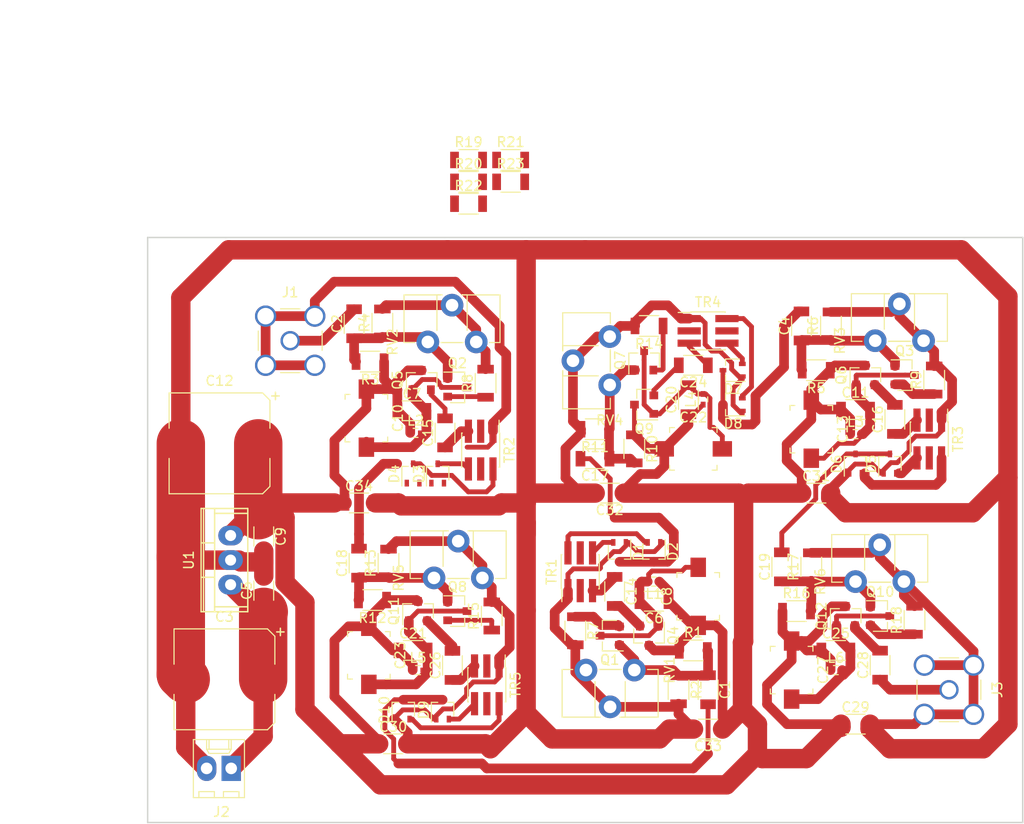
<source format=kicad_pcb>
(kicad_pcb (version 20171130) (host pcbnew 5.0.2-bee76a0~70~ubuntu18.04.1)
  (layers (0 F.Cu signal) (31 B.Cu signal) (34 B.Paste user) (35 F.Paste user) (36 B.SilkS user) (37 F.SilkS user) (38 B.Mask user) (39 F.Mask user) (44 Edge.Cuts user))
  (net 0 "")
  (net 1 "Net-(C1-Pad1)")
  (net 2 /40MHz)
  (net 3 /10MHz)
  (net 4 "Net-(C2-Pad1)")
  (net 5 GND)
  (net 6 "Net-(C3-Pad1)")
  (net 7 /160MHz)
  (net 8 "Net-(C4-Pad1)")
  (net 9 "Net-(C6-Pad2)")
  (net 10 +5V)
  (net 11 "Net-(C10-Pad2)")
  (net 12 "Net-(C11-Pad2)")
  (net 13 "Net-(C14-Pad2)")
  (net 14 "Net-(C14-Pad1)")
  (net 15 "Net-(C15-Pad1)")
  (net 16 "Net-(C15-Pad2)")
  (net 17 "Net-(C16-Pad1)")
  (net 18 "Net-(C16-Pad2)")
  (net 19 "Net-(C17-Pad1)")
  (net 20 /80MHz)
  (net 21 /20MHz)
  (net 22 "Net-(C18-Pad1)")
  (net 23 "Net-(C19-Pad1)")
  (net 24 /320MHz)
  (net 25 "Net-(C20-Pad2)")
  (net 26 "Net-(C21-Pad2)")
  (net 27 "Net-(C24-Pad2)")
  (net 28 "Net-(C24-Pad1)")
  (net 29 "Net-(C25-Pad2)")
  (net 30 "Net-(C26-Pad1)")
  (net 31 "Net-(C26-Pad2)")
  (net 32 "Net-(C28-Pad2)")
  (net 33 "Net-(C28-Pad1)")
  (net 34 "Net-(D5-Pad2)")
  (net 35 "Net-(D6-Pad2)")
  (net 36 "Net-(Q1-Pad2)")
  (net 37 "Net-(Q2-Pad2)")
  (net 38 "Net-(Q3-Pad2)")
  (net 39 "Net-(Q7-Pad2)")
  (net 40 "Net-(Q8-Pad2)")
  (net 41 "Net-(Q10-Pad2)")
  (net 42 "Net-(TR1-Pad5)")
  (net 43 "Net-(TR2-Pad5)")
  (net 44 "Net-(TR3-Pad5)")
  (net 45 "Net-(TR4-Pad5)")
  (net 46 "Net-(TR5-Pad5)")
  (net 47 "Net-(D1-Pad3)")
  (net 48 "Net-(D2-Pad3)")
  (net 49 "Net-(D3-Pad3)")
  (net 50 "Net-(D4-Pad3)")
  (net 51 "Net-(D5-Pad3)")
  (net 52 "Net-(D6-Pad3)")
  (net 53 "Net-(D7-Pad3)")
  (net 54 "Net-(D8-Pad3)")
  (net 55 "Net-(D9-Pad3)")
  (net 56 "Net-(D10-Pad3)")
  (net 57 "Net-(R19-Pad1)")
  (net 58 "Net-(R21-Pad1)")
  (module Capacitors_SMD:C_1206 (layer F.Cu) (at 113.792 164.084 270)
    (fp_text reference C1 (at 0 -1.75 270) (layer F.SilkS))
    (fp_text value C)
    (pad 1 smd rect (at -1.5 0 270) (size 1 1.6) (layers F.Cu F.Paste F.Mask) (net 1 "Net-(C1-Pad1)"))
    (pad 2 smd rect (at 1.5 0 270) (size 1 1.6) (layers F.Cu F.Paste F.Mask) (net 2 /40MHz))
  )
  (module Capacitors_SMD:C_1206 (layer F.Cu) (at 77.216 126.262 90)
    (fp_text reference C2 (at 0 -1.75 90) (layer F.SilkS))
    (fp_text value C)
    (pad 2 smd rect (at 1.5 0 90) (size 1 1.6) (layers F.Cu F.Paste F.Mask) (net 3 /10MHz))
    (pad 1 smd rect (at -1.5 0 90) (size 1 1.6) (layers F.Cu F.Paste F.Mask) (net 4 "Net-(C2-Pad1)"))
  )
  (module Capacitors_SMD:CP_Elec_10x10.5 (layer F.Cu) (at 63.81765 163.005371 180)
    (fp_text reference C3 (at 0 6.46 180) (layer F.SilkS))
    (fp_text value CP)
    (fp_text user + (at -5.78 4.97 180) (layer F.SilkS))
    (pad 2 smd rect (at 4 0) (size 4 2.5) (layers F.Cu F.Paste F.Mask) (net 5 GND))
    (pad 1 smd rect (at -4 0) (size 4 2.5) (layers F.Cu F.Paste F.Mask) (net 6 "Net-(C3-Pad1)"))
  )
  (module Capacitors_SMD:C_1206 (layer F.Cu) (at 123.444 126.492 90)
    (fp_text reference C4 (at 0 -1.75 90) (layer F.SilkS))
    (fp_text value C)
    (pad 2 smd rect (at 1.5 0 90) (size 1 1.6) (layers F.Cu F.Paste F.Mask) (net 7 /160MHz))
    (pad 1 smd rect (at -1.5 0 90) (size 1 1.6) (layers F.Cu F.Paste F.Mask) (net 8 "Net-(C4-Pad1)"))
  )
  (module Capacitors_SMD:C_1206 (layer F.Cu) (at 67.88165 153.837371 90)
    (fp_text reference C5 (at 0 -1.75 90) (layer F.SilkS))
    (fp_text value C)
    (pad 2 smd rect (at 1.5 0 90) (size 1 1.6) (layers F.Cu F.Paste F.Mask) (net 5 GND))
    (pad 1 smd rect (at -1.5 0 90) (size 1 1.6) (layers F.Cu F.Paste F.Mask) (net 6 "Net-(C3-Pad1)"))
  )
  (module Capacitors_SMD:C_1206 (layer F.Cu) (at 108.204 154.94 180)
    (fp_text reference C6 (at 0 -1.75 180) (layer F.SilkS))
    (fp_text value C)
    (pad 2 smd rect (at 1.5 0 180) (size 1 1.6) (layers F.Cu F.Paste F.Mask) (net 9 "Net-(C6-Pad2)"))
    (pad 1 smd rect (at -1.5 0 180) (size 1 1.6) (layers F.Cu F.Paste F.Mask) (net 10 +5V))
  )
  (module Capacitors_SMD:C_1206 (layer F.Cu) (at 83.185 135.255)
    (fp_text reference C7 (at 0 -1.75) (layer F.SilkS))
    (fp_text value C)
    (pad 2 smd rect (at 1.5 0) (size 1 1.6) (layers F.Cu F.Paste F.Mask) (net 11 "Net-(C10-Pad2)"))
    (pad 1 smd rect (at -1.5 0) (size 1 1.6) (layers F.Cu F.Paste F.Mask) (net 10 +5V))
  )
  (module Capacitors_SMD:C_Trimmer_Murata_TZB4-B (layer F.Cu) (at 112.776 154.432 90)
    (fp_text reference C8 (at 0 -3.25 90) (layer F.SilkS))
    (fp_text value C_Variable)
    (pad 2 smd rect (at 3 0 90) (size 2 1.6) (layers F.Cu F.Paste F.Mask) (net 9 "Net-(C6-Pad2)"))
    (pad 1 smd rect (at -3 0 90) (size 2 1.6) (layers F.Cu F.Paste F.Mask) (net 10 +5V))
  )
  (module Capacitors_SMD:C_1206 (layer F.Cu) (at 67.88165 148.249371 270)
    (fp_text reference C9 (at 0 -1.75 270) (layer F.SilkS))
    (fp_text value C)
    (pad 1 smd rect (at -1.5 0 270) (size 1 1.6) (layers F.Cu F.Paste F.Mask) (net 10 +5V))
    (pad 2 smd rect (at 1.5 0 270) (size 1 1.6) (layers F.Cu F.Paste F.Mask) (net 5 GND))
  )
  (module Capacitors_SMD:C_Trimmer_Murata_TZB4-B (layer F.Cu) (at 78.486 136.017 270)
    (fp_text reference C10 (at 0 -3.25 270) (layer F.SilkS))
    (fp_text value C_Variable)
    (pad 2 smd rect (at 3 0 270) (size 2 1.6) (layers F.Cu F.Paste F.Mask) (net 11 "Net-(C10-Pad2)"))
    (pad 1 smd rect (at -3 0 270) (size 2 1.6) (layers F.Cu F.Paste F.Mask) (net 10 +5V))
  )
  (module Capacitors_SMD:C_1206 (layer F.Cu) (at 129.032 135.128)
    (fp_text reference C11 (at 0 -1.75) (layer F.SilkS))
    (fp_text value C)
    (pad 1 smd rect (at -1.5 0) (size 1 1.6) (layers F.Cu F.Paste F.Mask) (net 10 +5V))
    (pad 2 smd rect (at 1.5 0) (size 1 1.6) (layers F.Cu F.Paste F.Mask) (net 12 "Net-(C11-Pad2)"))
  )
  (module Capacitors_SMD:CP_Elec_10x10.5 (layer F.Cu) (at 63.30965 138.621371 180)
    (fp_text reference C12 (at 0 6.46 180) (layer F.SilkS))
    (fp_text value CP)
    (fp_text user + (at -5.78 4.97 180) (layer F.SilkS))
    (pad 1 smd rect (at -4 0) (size 4 2.5) (layers F.Cu F.Paste F.Mask) (net 10 +5V))
    (pad 2 smd rect (at 4 0) (size 4 2.5) (layers F.Cu F.Paste F.Mask) (net 5 GND))
  )
  (module Capacitors_SMD:C_Trimmer_Murata_TZB4-B (layer F.Cu) (at 124.46 137.16 270)
    (fp_text reference C13 (at 0 -3.25 270) (layer F.SilkS))
    (fp_text value C_Variable)
    (pad 1 smd rect (at -3 0 270) (size 2 1.6) (layers F.Cu F.Paste F.Mask) (net 10 +5V))
    (pad 2 smd rect (at 3 0 270) (size 2 1.6) (layers F.Cu F.Paste F.Mask) (net 12 "Net-(C11-Pad2)"))
  )
  (module Capacitors_SMD:C_1206 (layer F.Cu) (at 104.14 153.924 270)
    (fp_text reference C14 (at 0 -1.75 270) (layer F.SilkS))
    (fp_text value C)
    (pad 2 smd rect (at 1.5 0 270) (size 1 1.6) (layers F.Cu F.Paste F.Mask) (net 13 "Net-(C14-Pad2)"))
    (pad 1 smd rect (at -1.5 0 270) (size 1 1.6) (layers F.Cu F.Paste F.Mask) (net 14 "Net-(C14-Pad1)"))
  )
  (module Capacitors_SMD:C_1206 (layer F.Cu) (at 86.614 137.541 90)
    (fp_text reference C15 (at 0 -1.75 90) (layer F.SilkS))
    (fp_text value C)
    (pad 1 smd rect (at -1.5 0 90) (size 1 1.6) (layers F.Cu F.Paste F.Mask) (net 15 "Net-(C15-Pad1)"))
    (pad 2 smd rect (at 1.5 0 90) (size 1 1.6) (layers F.Cu F.Paste F.Mask) (net 16 "Net-(C15-Pad2)"))
  )
  (module Capacitors_SMD:C_1206 (layer F.Cu) (at 133.096 136.144 90)
    (fp_text reference C16 (at 0 -1.75 90) (layer F.SilkS))
    (fp_text value C)
    (pad 1 smd rect (at -1.5 0 90) (size 1 1.6) (layers F.Cu F.Paste F.Mask) (net 17 "Net-(C16-Pad1)"))
    (pad 2 smd rect (at 1.5 0 90) (size 1 1.6) (layers F.Cu F.Paste F.Mask) (net 18 "Net-(C16-Pad2)"))
  )
  (module Capacitors_SMD:C_1206 (layer F.Cu) (at 102.108 140.208 180)
    (fp_text reference C17 (at 0 -1.75 180) (layer F.SilkS))
    (fp_text value C)
    (pad 1 smd rect (at -1.5 0 180) (size 1 1.6) (layers F.Cu F.Paste F.Mask) (net 19 "Net-(C17-Pad1)"))
    (pad 2 smd rect (at 1.5 0 180) (size 1 1.6) (layers F.Cu F.Paste F.Mask) (net 20 /80MHz))
  )
  (module Capacitors_SMD:C_1206 (layer F.Cu) (at 77.724 151.003 90)
    (fp_text reference C18 (at 0 -1.75 90) (layer F.SilkS))
    (fp_text value C)
    (pad 2 smd rect (at 1.5 0 90) (size 1 1.6) (layers F.Cu F.Paste F.Mask) (net 21 /20MHz))
    (pad 1 smd rect (at -1.5 0 90) (size 1 1.6) (layers F.Cu F.Paste F.Mask) (net 22 "Net-(C18-Pad1)"))
  )
  (module Capacitors_SMD:C_1206 (layer F.Cu) (at 121.412 151.384 90)
    (fp_text reference C19 (at 0 -1.75 90) (layer F.SilkS))
    (fp_text value C)
    (pad 1 smd rect (at -1.5 0 90) (size 1 1.6) (layers F.Cu F.Paste F.Mask) (net 23 "Net-(C19-Pad1)"))
    (pad 2 smd rect (at 1.5 0 90) (size 1 1.6) (layers F.Cu F.Paste F.Mask) (net 24 /320MHz))
  )
  (module Capacitors_SMD:C_1206 (layer F.Cu) (at 111.76 134.112 90)
    (fp_text reference C20 (at 0 -1.75 90) (layer F.SilkS))
    (fp_text value C)
    (pad 1 smd rect (at -1.5 0 90) (size 1 1.6) (layers F.Cu F.Paste F.Mask) (net 10 +5V))
    (pad 2 smd rect (at 1.5 0 90) (size 1 1.6) (layers F.Cu F.Paste F.Mask) (net 25 "Net-(C20-Pad2)"))
  )
  (module Capacitors_SMD:C_1206 (layer F.Cu) (at 83.312 160.02)
    (fp_text reference C21 (at 0 -1.75) (layer F.SilkS))
    (fp_text value C)
    (pad 2 smd rect (at 1.5 0) (size 1 1.6) (layers F.Cu F.Paste F.Mask) (net 26 "Net-(C21-Pad2)"))
    (pad 1 smd rect (at -1.5 0) (size 1 1.6) (layers F.Cu F.Paste F.Mask) (net 10 +5V))
  )
  (module Capacitors_SMD:C_Trimmer_Murata_TZB4-B (layer F.Cu) (at 112.268 139.192)
    (fp_text reference C22 (at 0 -3.25) (layer F.SilkS))
    (fp_text value C_Variable)
    (pad 1 smd rect (at -3 0) (size 2 1.6) (layers F.Cu F.Paste F.Mask) (net 10 +5V))
    (pad 2 smd rect (at 3 0) (size 2 1.6) (layers F.Cu F.Paste F.Mask) (net 25 "Net-(C20-Pad2)"))
  )
  (module Capacitors_SMD:C_Trimmer_Murata_TZB4-B (layer F.Cu) (at 78.74 160.528 270)
    (fp_text reference C23 (at 0 -3.25 270) (layer F.SilkS))
    (fp_text value C_Variable)
    (pad 2 smd rect (at 3 0 270) (size 2 1.6) (layers F.Cu F.Paste F.Mask) (net 26 "Net-(C21-Pad2)"))
    (pad 1 smd rect (at -3 0 270) (size 2 1.6) (layers F.Cu F.Paste F.Mask) (net 10 +5V))
  )
  (module Capacitors_SMD:C_1206 (layer F.Cu) (at 112.268 130.556 180)
    (fp_text reference C24 (at 0 -1.75 180) (layer F.SilkS))
    (fp_text value C)
    (pad 2 smd rect (at 1.5 0 180) (size 1 1.6) (layers F.Cu F.Paste F.Mask) (net 27 "Net-(C24-Pad2)"))
    (pad 1 smd rect (at -1.5 0 180) (size 1 1.6) (layers F.Cu F.Paste F.Mask) (net 28 "Net-(C24-Pad1)"))
  )
  (module Capacitors_SMD:C_1206 (layer F.Cu) (at 127 160.02)
    (fp_text reference C25 (at 0 -1.75) (layer F.SilkS))
    (fp_text value C)
    (pad 1 smd rect (at -1.5 0) (size 1 1.6) (layers F.Cu F.Paste F.Mask) (net 10 +5V))
    (pad 2 smd rect (at 1.5 0) (size 1 1.6) (layers F.Cu F.Paste F.Mask) (net 29 "Net-(C25-Pad2)"))
  )
  (module Capacitors_SMD:C_1206 (layer F.Cu) (at 87.376 161.568 90)
    (fp_text reference C26 (at 0 -1.75 90) (layer F.SilkS))
    (fp_text value C)
    (pad 1 smd rect (at -1.5 0 90) (size 1 1.6) (layers F.Cu F.Paste F.Mask) (net 30 "Net-(C26-Pad1)"))
    (pad 2 smd rect (at 1.5 0 90) (size 1 1.6) (layers F.Cu F.Paste F.Mask) (net 31 "Net-(C26-Pad2)"))
  )
  (module Capacitors_SMD:C_Trimmer_Murata_TZB4-B (layer F.Cu) (at 122.428 162.052 270)
    (fp_text reference C27 (at 0 -3.25 270) (layer F.SilkS))
    (fp_text value C_Variable)
    (pad 1 smd rect (at -3 0 270) (size 2 1.6) (layers F.Cu F.Paste F.Mask) (net 10 +5V))
    (pad 2 smd rect (at 3 0 270) (size 2 1.6) (layers F.Cu F.Paste F.Mask) (net 29 "Net-(C25-Pad2)"))
  )
  (module Capacitors_SMD:C_1206 (layer F.Cu) (at 131.572 161.544 90)
    (fp_text reference C28 (at 0 -1.75 90) (layer F.SilkS))
    (fp_text value C)
    (pad 2 smd rect (at 1.5 0 90) (size 1 1.6) (layers F.Cu F.Paste F.Mask) (net 32 "Net-(C28-Pad2)"))
    (pad 1 smd rect (at -1.5 0 90) (size 1 1.6) (layers F.Cu F.Paste F.Mask) (net 33 "Net-(C28-Pad1)"))
  )
  (module Connect:SMA_THT_Jack_Straight (layer F.Cu) (at 70.612 128.016)
    (fp_text reference J1 (at 0 -5) (layer F.SilkS))
    (fp_text value Conn_Coaxial)
    (pad 2 thru_hole circle (at -2.54 2.54) (size 2.2 2.2) (drill 1.7) (layers *.Cu *.Mask) (net 5 GND))
    (pad 2 thru_hole circle (at -2.54 -2.54) (size 2.2 2.2) (drill 1.7) (layers *.Cu *.Mask) (net 5 GND))
    (pad 2 thru_hole circle (at 2.54 -2.54) (size 2.2 2.2) (drill 1.7) (layers *.Cu *.Mask) (net 5 GND))
    (pad 2 thru_hole circle (at 2.54 2.54) (size 2.2 2.2) (drill 1.7) (layers *.Cu *.Mask) (net 5 GND))
    (pad 1 thru_hole circle (at 0 0) (size 2 2) (drill 1.5) (layers *.Cu *.Mask) (net 3 /10MHz))
  )
  (module Connectors_Molex:Molex_KK-6410-02_02x2.54mm_Straight (layer F.Cu) (at 64.516 172.212 180)
    (fp_text reference J2 (at 1 -4.5 180) (layer F.SilkS))
    (fp_text value Conn_01x02_Male)
    (pad 2 thru_hole oval (at 2.54 0 180) (size 2 2.6) (drill 1.2) (layers *.Cu *.Mask) (net 5 GND))
    (pad 1 thru_hole rect (at 0 0 180) (size 2 2.6) (drill 1.2) (layers *.Cu *.Mask) (net 6 "Net-(C3-Pad1)"))
  )
  (module Connect:SMA_THT_Jack_Straight (layer F.Cu) (at 138.684 164.084 270)
    (fp_text reference J3 (at 0 -5 270) (layer F.SilkS))
    (fp_text value Conn_Coaxial)
    (pad 1 thru_hole circle (at 0 0 270) (size 2 2) (drill 1.5) (layers *.Cu *.Mask) (net 33 "Net-(C28-Pad1)"))
    (pad 2 thru_hole circle (at 2.54 2.54 270) (size 2.2 2.2) (drill 1.7) (layers *.Cu *.Mask) (net 5 GND))
    (pad 2 thru_hole circle (at 2.54 -2.54 270) (size 2.2 2.2) (drill 1.7) (layers *.Cu *.Mask) (net 5 GND))
    (pad 2 thru_hole circle (at -2.54 -2.54 270) (size 2.2 2.2) (drill 1.7) (layers *.Cu *.Mask) (net 5 GND))
    (pad 2 thru_hole circle (at -2.54 2.54 270) (size 2.2 2.2) (drill 1.7) (layers *.Cu *.Mask) (net 5 GND))
  )
  (module Capacitors_SMD:C_0402 (layer F.Cu) (at 108.204 152.908 180)
    (fp_text reference L1 (at 0 -1.27 180) (layer F.SilkS))
    (fp_text value L)
    (pad 2 smd rect (at 0.55 0 180) (size 0.6 0.5) (layers F.Cu F.Paste F.Mask) (net 9 "Net-(C6-Pad2)"))
    (pad 1 smd rect (at -0.55 0 180) (size 0.6 0.5) (layers F.Cu F.Paste F.Mask) (net 10 +5V))
  )
  (module Capacitors_SMD:C_0402 (layer F.Cu) (at 83.566 137.541)
    (fp_text reference L2 (at 0 -1.27) (layer F.SilkS))
    (fp_text value L)
    (pad 1 smd rect (at -0.55 0) (size 0.6 0.5) (layers F.Cu F.Paste F.Mask) (net 10 +5V))
    (pad 2 smd rect (at 0.55 0) (size 0.6 0.5) (layers F.Cu F.Paste F.Mask) (net 11 "Net-(C10-Pad2)"))
  )
  (module Capacitors_SMD:C_0402 (layer F.Cu) (at 129.032 137.668)
    (fp_text reference L3 (at 0 -1.27) (layer F.SilkS))
    (fp_text value L)
    (pad 1 smd rect (at -0.55 0) (size 0.6 0.5) (layers F.Cu F.Paste F.Mask) (net 10 +5V))
    (pad 2 smd rect (at 0.55 0) (size 0.6 0.5) (layers F.Cu F.Paste F.Mask) (net 12 "Net-(C11-Pad2)"))
  )
  (module Capacitors_SMD:C_0402 (layer F.Cu) (at 113.284 134.07 90)
    (fp_text reference L4 (at 0 -1.27 90) (layer F.SilkS))
    (fp_text value L)
    (pad 2 smd rect (at 0.55 0 90) (size 0.6 0.5) (layers F.Cu F.Paste F.Mask) (net 25 "Net-(C20-Pad2)"))
    (pad 1 smd rect (at -0.55 0 90) (size 0.6 0.5) (layers F.Cu F.Paste F.Mask) (net 10 +5V))
  )
  (module Capacitors_SMD:C_0402 (layer F.Cu) (at 83.82 162.052)
    (fp_text reference L5 (at 0 -1.27) (layer F.SilkS))
    (fp_text value L)
    (pad 2 smd rect (at 0.55 0) (size 0.6 0.5) (layers F.Cu F.Paste F.Mask) (net 26 "Net-(C21-Pad2)"))
    (pad 1 smd rect (at -0.55 0) (size 0.6 0.5) (layers F.Cu F.Paste F.Mask) (net 10 +5V))
  )
  (module Capacitors_SMD:C_0402 (layer F.Cu) (at 127 162.052)
    (fp_text reference L6 (at 0 -1.27) (layer F.SilkS))
    (fp_text value L)
    (pad 1 smd rect (at -0.55 0) (size 0.6 0.5) (layers F.Cu F.Paste F.Mask) (net 10 +5V))
    (pad 2 smd rect (at 0.55 0) (size 0.6 0.5) (layers F.Cu F.Paste F.Mask) (net 29 "Net-(C25-Pad2)"))
  )
  (module TO_SOT_Packages_SMD:SOT-23 (layer F.Cu) (at 103.632 158.496 180)
    (fp_text reference Q1 (at 0 -2.5 180) (layer F.SilkS))
    (fp_text value Q_NPN_BEC)
    (pad 1 smd rect (at -1 -0.95 180) (size 0.9 0.8) (layers F.Cu F.Paste F.Mask) (net 1 "Net-(C1-Pad1)"))
    (pad 2 smd rect (at -1 0.95 180) (size 0.9 0.8) (layers F.Cu F.Paste F.Mask) (net 36 "Net-(Q1-Pad2)"))
    (pad 3 smd rect (at 1 0 180) (size 0.9 0.8) (layers F.Cu F.Paste F.Mask) (net 9 "Net-(C6-Pad2)"))
  )
  (module TO_SOT_Packages_SMD:SOT-23 (layer F.Cu) (at 87.884 132.842)
    (fp_text reference Q2 (at 0 -2.5) (layer F.SilkS))
    (fp_text value Q_NPN_BEC)
    (pad 1 smd rect (at -1 -0.95) (size 0.9 0.8) (layers F.Cu F.Paste F.Mask) (net 4 "Net-(C2-Pad1)"))
    (pad 2 smd rect (at -1 0.95) (size 0.9 0.8) (layers F.Cu F.Paste F.Mask) (net 37 "Net-(Q2-Pad2)"))
    (pad 3 smd rect (at 1 0) (size 0.9 0.8) (layers F.Cu F.Paste F.Mask) (net 11 "Net-(C10-Pad2)"))
  )
  (module TO_SOT_Packages_SMD:SOT-23 (layer F.Cu) (at 134.112 131.572)
    (fp_text reference Q3 (at 0 -2.5) (layer F.SilkS))
    (fp_text value Q_NPN_BEC)
    (pad 3 smd rect (at 1 0) (size 0.9 0.8) (layers F.Cu F.Paste F.Mask) (net 12 "Net-(C11-Pad2)"))
    (pad 2 smd rect (at -1 0.95) (size 0.9 0.8) (layers F.Cu F.Paste F.Mask) (net 38 "Net-(Q3-Pad2)"))
    (pad 1 smd rect (at -1 -0.95) (size 0.9 0.8) (layers F.Cu F.Paste F.Mask) (net 8 "Net-(C4-Pad1)"))
  )
  (module TO_SOT_Packages_SMD:SOT-23 (layer F.Cu) (at 107.696 158.496 270)
    (fp_text reference Q4 (at 0 -2.5 270) (layer F.SilkS))
    (fp_text value Q_NPN_BEC)
    (pad 3 smd rect (at 1 0 270) (size 0.9 0.8) (layers F.Cu F.Paste F.Mask) (net 10 +5V))
    (pad 2 smd rect (at -1 0.95 270) (size 0.9 0.8) (layers F.Cu F.Paste F.Mask) (net 13 "Net-(C14-Pad2)"))
    (pad 1 smd rect (at -1 -0.95 270) (size 0.9 0.8) (layers F.Cu F.Paste F.Mask) (net 9 "Net-(C6-Pad2)"))
  )
  (module TO_SOT_Packages_SMD:SOT-23 (layer F.Cu) (at 84.201 132.08 90)
    (fp_text reference Q5 (at 0 -2.5 90) (layer F.SilkS))
    (fp_text value Q_NPN_BEC)
    (pad 3 smd rect (at 1 0 90) (size 0.9 0.8) (layers F.Cu F.Paste F.Mask) (net 10 +5V))
    (pad 2 smd rect (at -1 0.95 90) (size 0.9 0.8) (layers F.Cu F.Paste F.Mask) (net 16 "Net-(C15-Pad2)"))
    (pad 1 smd rect (at -1 -0.95 90) (size 0.9 0.8) (layers F.Cu F.Paste F.Mask) (net 11 "Net-(C10-Pad2)"))
  )
  (module TO_SOT_Packages_SMD:SOT-23 (layer F.Cu) (at 130.048 131.572 90)
    (fp_text reference Q6 (at 0 -2.5 90) (layer F.SilkS))
    (fp_text value Q_NPN_BEC)
    (pad 1 smd rect (at -1 -0.95 90) (size 0.9 0.8) (layers F.Cu F.Paste F.Mask) (net 12 "Net-(C11-Pad2)"))
    (pad 2 smd rect (at -1 0.95 90) (size 0.9 0.8) (layers F.Cu F.Paste F.Mask) (net 18 "Net-(C16-Pad2)"))
    (pad 3 smd rect (at 1 0 90) (size 0.9 0.8) (layers F.Cu F.Paste F.Mask) (net 10 +5V))
  )
  (module TO_SOT_Packages_SMD:SOT-23 (layer F.Cu) (at 107.188 130.048 90)
    (fp_text reference Q7 (at 0 -2.5 90) (layer F.SilkS))
    (fp_text value Q_NPN_BEC)
    (pad 3 smd rect (at 1 0 90) (size 0.9 0.8) (layers F.Cu F.Paste F.Mask) (net 25 "Net-(C20-Pad2)"))
    (pad 2 smd rect (at -1 0.95 90) (size 0.9 0.8) (layers F.Cu F.Paste F.Mask) (net 39 "Net-(Q7-Pad2)"))
    (pad 1 smd rect (at -1 -0.95 90) (size 0.9 0.8) (layers F.Cu F.Paste F.Mask) (net 19 "Net-(C17-Pad1)"))
  )
  (module TO_SOT_Packages_SMD:SOT-23 (layer F.Cu) (at 87.884 155.956)
    (fp_text reference Q8 (at 0 -2.5) (layer F.SilkS))
    (fp_text value Q_NPN_BEC)
    (pad 3 smd rect (at 1 0) (size 0.9 0.8) (layers F.Cu F.Paste F.Mask) (net 26 "Net-(C21-Pad2)"))
    (pad 2 smd rect (at -1 0.95) (size 0.9 0.8) (layers F.Cu F.Paste F.Mask) (net 40 "Net-(Q8-Pad2)"))
    (pad 1 smd rect (at -1 -0.95) (size 0.9 0.8) (layers F.Cu F.Paste F.Mask) (net 22 "Net-(C18-Pad1)"))
  )
  (module TO_SOT_Packages_SMD:SOT-23 (layer F.Cu) (at 107.188 134.62 180)
    (fp_text reference Q9 (at 0 -2.5 180) (layer F.SilkS))
    (fp_text value Q_NPN_BEC)
    (pad 1 smd rect (at -1 -0.95 180) (size 0.9 0.8) (layers F.Cu F.Paste F.Mask) (net 25 "Net-(C20-Pad2)"))
    (pad 2 smd rect (at -1 0.95 180) (size 0.9 0.8) (layers F.Cu F.Paste F.Mask) (net 27 "Net-(C24-Pad2)"))
    (pad 3 smd rect (at 1 0 180) (size 0.9 0.8) (layers F.Cu F.Paste F.Mask) (net 10 +5V))
  )
  (module TO_SOT_Packages_SMD:SOT-23 (layer F.Cu) (at 131.572 156.464)
    (fp_text reference Q10 (at 0 -2.5) (layer F.SilkS))
    (fp_text value Q_NPN_BEC)
    (pad 1 smd rect (at -1 -0.95) (size 0.9 0.8) (layers F.Cu F.Paste F.Mask) (net 23 "Net-(C19-Pad1)"))
    (pad 2 smd rect (at -1 0.95) (size 0.9 0.8) (layers F.Cu F.Paste F.Mask) (net 41 "Net-(Q10-Pad2)"))
    (pad 3 smd rect (at 1 0) (size 0.9 0.8) (layers F.Cu F.Paste F.Mask) (net 29 "Net-(C25-Pad2)"))
  )
  (module TO_SOT_Packages_SMD:SOT-23 (layer F.Cu) (at 83.82 155.956 90)
    (fp_text reference Q11 (at 0 -2.5 90) (layer F.SilkS))
    (fp_text value Q_NPN_BEC)
    (pad 1 smd rect (at -1 -0.95 90) (size 0.9 0.8) (layers F.Cu F.Paste F.Mask) (net 26 "Net-(C21-Pad2)"))
    (pad 2 smd rect (at -1 0.95 90) (size 0.9 0.8) (layers F.Cu F.Paste F.Mask) (net 31 "Net-(C26-Pad2)"))
    (pad 3 smd rect (at 1 0 90) (size 0.9 0.8) (layers F.Cu F.Paste F.Mask) (net 10 +5V))
  )
  (module TO_SOT_Packages_SMD:SOT-23 (layer F.Cu) (at 128.016 156.464 90)
    (fp_text reference Q12 (at 0 -2.5 90) (layer F.SilkS))
    (fp_text value Q_NPN_BEC)
    (pad 1 smd rect (at -1 -0.95 90) (size 0.9 0.8) (layers F.Cu F.Paste F.Mask) (net 29 "Net-(C25-Pad2)"))
    (pad 2 smd rect (at -1 0.95 90) (size 0.9 0.8) (layers F.Cu F.Paste F.Mask) (net 32 "Net-(C28-Pad2)"))
    (pad 3 smd rect (at 1 0 90) (size 0.9 0.8) (layers F.Cu F.Paste F.Mask) (net 10 +5V))
  )
  (module Resistors_SMD:R_1206 (layer F.Cu) (at 112.268 160.02)
    (fp_text reference R1 (at 0 -1.85) (layer F.SilkS))
    (fp_text value R)
    (pad 1 smd rect (at -1.45 0) (size 0.9 1.7) (layers F.Cu F.Paste F.Mask) (net 10 +5V))
    (pad 2 smd rect (at 1.45 0) (size 0.9 1.7) (layers F.Cu F.Paste F.Mask) (net 1 "Net-(C1-Pad1)"))
  )
  (module Resistors_SMD:R_1206 (layer F.Cu) (at 110.744 164.084 270)
    (fp_text reference R2 (at 0 -1.85 270) (layer F.SilkS))
    (fp_text value R)
    (pad 2 smd rect (at 1.45 0 270) (size 0.9 1.7) (layers F.Cu F.Paste F.Mask) (net 5 GND))
    (pad 1 smd rect (at -1.45 0 270) (size 0.9 1.7) (layers F.Cu F.Paste F.Mask) (net 1 "Net-(C1-Pad1)"))
  )
  (module Resistors_SMD:R_1206 (layer F.Cu) (at 78.867 130.175 180)
    (fp_text reference R3 (at 0 -1.85 180) (layer F.SilkS))
    (fp_text value 3k3)
    (pad 1 smd rect (at -1.45 0 180) (size 0.9 1.7) (layers F.Cu F.Paste F.Mask) (net 10 +5V))
    (pad 2 smd rect (at 1.45 0 180) (size 0.9 1.7) (layers F.Cu F.Paste F.Mask) (net 4 "Net-(C2-Pad1)"))
  )
  (module Resistors_SMD:R_1206 (layer F.Cu) (at 80.137 126.185 90)
    (fp_text reference R4 (at 0 -1.85 90) (layer F.SilkS))
    (fp_text value 18K)
    (pad 2 smd rect (at 1.45 0 90) (size 0.9 1.7) (layers F.Cu F.Paste F.Mask) (net 5 GND))
    (pad 1 smd rect (at -1.45 0 90) (size 0.9 1.7) (layers F.Cu F.Paste F.Mask) (net 4 "Net-(C2-Pad1)"))
  )
  (module Resistors_SMD:R_1206 (layer F.Cu) (at 124.968 131.064 180)
    (fp_text reference R5 (at 0 -1.85 180) (layer F.SilkS))
    (fp_text value R)
    (pad 2 smd rect (at 1.45 0 180) (size 0.9 1.7) (layers F.Cu F.Paste F.Mask) (net 8 "Net-(C4-Pad1)"))
    (pad 1 smd rect (at -1.45 0 180) (size 0.9 1.7) (layers F.Cu F.Paste F.Mask) (net 10 +5V))
  )
  (module Resistors_SMD:R_1206 (layer F.Cu) (at 126.492 126.492 90)
    (fp_text reference R6 (at 0 -1.85 90) (layer F.SilkS))
    (fp_text value R)
    (pad 2 smd rect (at 1.45 0 90) (size 0.9 1.7) (layers F.Cu F.Paste F.Mask) (net 5 GND))
    (pad 1 smd rect (at -1.45 0 90) (size 0.9 1.7) (layers F.Cu F.Paste F.Mask) (net 8 "Net-(C4-Pad1)"))
  )
  (module Resistors_SMD:R_1206 (layer F.Cu) (at 100.076 157.988 270)
    (fp_text reference R7 (at 0 -1.85 270) (layer F.SilkS))
    (fp_text value R)
    (pad 2 smd rect (at 1.45 0 270) (size 0.9 1.7) (layers F.Cu F.Paste F.Mask) (net 5 GND))
    (pad 1 smd rect (at -1.45 0 270) (size 0.9 1.7) (layers F.Cu F.Paste F.Mask) (net 36 "Net-(Q1-Pad2)"))
  )
  (module Resistors_SMD:R_1206 (layer F.Cu) (at 90.805 132.408 90)
    (fp_text reference R8 (at 0 -1.85 90) (layer F.SilkS))
    (fp_text value 56)
    (pad 2 smd rect (at 1.45 0 90) (size 0.9 1.7) (layers F.Cu F.Paste F.Mask) (net 5 GND))
    (pad 1 smd rect (at -1.45 0 90) (size 0.9 1.7) (layers F.Cu F.Paste F.Mask) (net 37 "Net-(Q2-Pad2)"))
  )
  (module Resistors_SMD:R_1206 (layer F.Cu) (at 137.16 132.08 90)
    (fp_text reference R9 (at 0 -1.85 90) (layer F.SilkS))
    (fp_text value R)
    (pad 1 smd rect (at -1.45 0 90) (size 0.9 1.7) (layers F.Cu F.Paste F.Mask) (net 38 "Net-(Q3-Pad2)"))
    (pad 2 smd rect (at 1.45 0 90) (size 0.9 1.7) (layers F.Cu F.Paste F.Mask) (net 5 GND))
  )
  (module Resistors_SMD:R_1206 (layer F.Cu) (at 106.172 139.192 270)
    (fp_text reference R10 (at 0 -1.85 270) (layer F.SilkS))
    (fp_text value R)
    (pad 1 smd rect (at -1.45 0 270) (size 0.9 1.7) (layers F.Cu F.Paste F.Mask) (net 10 +5V))
    (pad 2 smd rect (at 1.45 0 270) (size 0.9 1.7) (layers F.Cu F.Paste F.Mask) (net 19 "Net-(C17-Pad1)"))
  )
  (module Resistors_SMD:R_1206 (layer F.Cu) (at 102.108 137.16 180)
    (fp_text reference R11 (at 0 -1.85 180) (layer F.SilkS))
    (fp_text value R)
    (pad 2 smd rect (at 1.45 0 180) (size 0.9 1.7) (layers F.Cu F.Paste F.Mask) (net 5 GND))
    (pad 1 smd rect (at -1.45 0 180) (size 0.9 1.7) (layers F.Cu F.Paste F.Mask) (net 19 "Net-(C17-Pad1)"))
  )
  (module Resistors_SMD:R_1206 (layer F.Cu) (at 79.121 154.813 180)
    (fp_text reference R12 (at 0 -1.85 180) (layer F.SilkS))
    (fp_text value R)
    (pad 2 smd rect (at 1.45 0 180) (size 0.9 1.7) (layers F.Cu F.Paste F.Mask) (net 22 "Net-(C18-Pad1)"))
    (pad 1 smd rect (at -1.45 0 180) (size 0.9 1.7) (layers F.Cu F.Paste F.Mask) (net 10 +5V))
  )
  (module Resistors_SMD:R_1206 (layer F.Cu) (at 80.772 151.003 90)
    (fp_text reference R13 (at 0 -1.85 90) (layer F.SilkS))
    (fp_text value R)
    (pad 1 smd rect (at -1.45 0 90) (size 0.9 1.7) (layers F.Cu F.Paste F.Mask) (net 22 "Net-(C18-Pad1)"))
    (pad 2 smd rect (at 1.45 0 90) (size 0.9 1.7) (layers F.Cu F.Paste F.Mask) (net 5 GND))
  )
  (module Resistors_SMD:R_1206 (layer F.Cu) (at 107.696 126.492 180)
    (fp_text reference R14 (at 0 -1.85 180) (layer F.SilkS))
    (fp_text value R)
    (pad 1 smd rect (at -1.45 0 180) (size 0.9 1.7) (layers F.Cu F.Paste F.Mask) (net 39 "Net-(Q7-Pad2)"))
    (pad 2 smd rect (at 1.45 0 180) (size 0.9 1.7) (layers F.Cu F.Paste F.Mask) (net 5 GND))
  )
  (module Resistors_SMD:R_1206 (layer F.Cu) (at 91.44 156.464 90)
    (fp_text reference R15 (at 0 -1.85 90) (layer F.SilkS))
    (fp_text value R)
    (pad 1 smd rect (at -1.45 0 90) (size 0.9 1.7) (layers F.Cu F.Paste F.Mask) (net 40 "Net-(Q8-Pad2)"))
    (pad 2 smd rect (at 1.45 0 90) (size 0.9 1.7) (layers F.Cu F.Paste F.Mask) (net 5 GND))
  )
  (module Resistors_SMD:R_1206 (layer F.Cu) (at 122.936 155.956)
    (fp_text reference R16 (at 0 -1.85) (layer F.SilkS))
    (fp_text value R)
    (pad 2 smd rect (at 1.45 0) (size 0.9 1.7) (layers F.Cu F.Paste F.Mask) (net 23 "Net-(C19-Pad1)"))
    (pad 1 smd rect (at -1.45 0) (size 0.9 1.7) (layers F.Cu F.Paste F.Mask) (net 10 +5V))
  )
  (module Resistors_SMD:R_1206 (layer F.Cu) (at 124.46 151.384 90)
    (fp_text reference R17 (at 0 -1.85 90) (layer F.SilkS))
    (fp_text value R)
    (pad 1 smd rect (at -1.45 0 90) (size 0.9 1.7) (layers F.Cu F.Paste F.Mask) (net 23 "Net-(C19-Pad1)"))
    (pad 2 smd rect (at 1.45 0 90) (size 0.9 1.7) (layers F.Cu F.Paste F.Mask) (net 5 GND))
  )
  (module Resistors_SMD:R_1206 (layer F.Cu) (at 135.128 156.898 90)
    (fp_text reference R18 (at 0 -1.85 90) (layer F.SilkS))
    (fp_text value R)
    (pad 1 smd rect (at -1.45 0 90) (size 0.9 1.7) (layers F.Cu F.Paste F.Mask) (net 41 "Net-(Q10-Pad2)"))
    (pad 2 smd rect (at 1.45 0 90) (size 0.9 1.7) (layers F.Cu F.Paste F.Mask) (net 5 GND))
  )
  (module Potentiometers:Potentiometer_Trimmer_ACP_CA9h3.8_Vertical_Px3.8mm_Py5.0mm (layer F.Cu) (at 106.172 162.052 270)
    (fp_text reference RV1 (at 0 -3.65 270) (layer F.SilkS))
    (fp_text value R_POT)
    (pad 3 thru_hole circle (at 0 5 270) (size 2.34 2.34) (drill 1.3) (layers *.Cu *.Mask) (net 5 GND))
    (pad 2 thru_hole circle (at 3.8 2.5 270) (size 2.34 2.34) (drill 1.3) (layers *.Cu *.Mask) (net 5 GND))
    (pad 1 thru_hole circle (at 0 0 270) (size 2.34 2.34) (drill 1.3) (layers *.Cu *.Mask) (net 1 "Net-(C1-Pad1)"))
  )
  (module Potentiometers:Potentiometer_Trimmer_ACP_CA9h3.8_Vertical_Px3.8mm_Py5.0mm (layer F.Cu) (at 84.836 128.143 90)
    (fp_text reference RV2 (at 0 -3.65 90) (layer F.SilkS))
    (fp_text value 5K)
    (pad 1 thru_hole circle (at 0 0 90) (size 2.34 2.34) (drill 1.3) (layers *.Cu *.Mask) (net 4 "Net-(C2-Pad1)"))
    (pad 2 thru_hole circle (at 3.8 2.5 90) (size 2.34 2.34) (drill 1.3) (layers *.Cu *.Mask) (net 5 GND))
    (pad 3 thru_hole circle (at 0 5 90) (size 2.34 2.34) (drill 1.3) (layers *.Cu *.Mask) (net 5 GND))
  )
  (module Potentiometers:Potentiometer_Trimmer_ACP_CA9h3.8_Vertical_Px3.8mm_Py5.0mm (layer F.Cu) (at 131.064 128.016 90)
    (fp_text reference RV3 (at 0 -3.65 90) (layer F.SilkS))
    (fp_text value R_POT)
    (pad 1 thru_hole circle (at 0 0 90) (size 2.34 2.34) (drill 1.3) (layers *.Cu *.Mask) (net 8 "Net-(C4-Pad1)"))
    (pad 2 thru_hole circle (at 3.8 2.5 90) (size 2.34 2.34) (drill 1.3) (layers *.Cu *.Mask) (net 5 GND))
    (pad 3 thru_hole circle (at 0 5 90) (size 2.34 2.34) (drill 1.3) (layers *.Cu *.Mask) (net 5 GND))
  )
  (module Potentiometers:Potentiometer_Trimmer_ACP_CA9h3.8_Vertical_Px3.8mm_Py5.0mm (layer F.Cu) (at 103.632 132.588 180)
    (fp_text reference RV4 (at 0 -3.65 180) (layer F.SilkS))
    (fp_text value R_POT)
    (pad 3 thru_hole circle (at 0 5 180) (size 2.34 2.34) (drill 1.3) (layers *.Cu *.Mask) (net 5 GND))
    (pad 2 thru_hole circle (at 3.8 2.5 180) (size 2.34 2.34) (drill 1.3) (layers *.Cu *.Mask) (net 5 GND))
    (pad 1 thru_hole circle (at 0 0 180) (size 2.34 2.34) (drill 1.3) (layers *.Cu *.Mask) (net 19 "Net-(C17-Pad1)"))
  )
  (module Potentiometers:Potentiometer_Trimmer_ACP_CA9h3.8_Vertical_Px3.8mm_Py5.0mm (layer F.Cu) (at 85.471 152.527 90)
    (fp_text reference RV5 (at 0 -3.65 90) (layer F.SilkS))
    (fp_text value R_POT)
    (pad 1 thru_hole circle (at 0 0 90) (size 2.34 2.34) (drill 1.3) (layers *.Cu *.Mask) (net 22 "Net-(C18-Pad1)"))
    (pad 2 thru_hole circle (at 3.8 2.5 90) (size 2.34 2.34) (drill 1.3) (layers *.Cu *.Mask) (net 5 GND))
    (pad 3 thru_hole circle (at 0 5 90) (size 2.34 2.34) (drill 1.3) (layers *.Cu *.Mask) (net 5 GND))
  )
  (module Potentiometers:Potentiometer_Trimmer_ACP_CA9h3.8_Vertical_Px3.8mm_Py5.0mm (layer F.Cu) (at 129.032 152.908 90)
    (fp_text reference RV6 (at 0 -3.65 90) (layer F.SilkS))
    (fp_text value R_POT)
    (pad 3 thru_hole circle (at 0 5 90) (size 2.34 2.34) (drill 1.3) (layers *.Cu *.Mask) (net 5 GND))
    (pad 2 thru_hole circle (at 3.8 2.5 90) (size 2.34 2.34) (drill 1.3) (layers *.Cu *.Mask) (net 5 GND))
    (pad 1 thru_hole circle (at 0 0 90) (size 2.34 2.34) (drill 1.3) (layers *.Cu *.Mask) (net 23 "Net-(C19-Pad1)"))
  )
  (module Power_Integrations:TO-220 (layer F.Cu) (at 64.45265 150.686371 90)
    (fp_text reference U1 (at 0 -4.318 90) (layer F.SilkS))
    (fp_text value L7805)
    (pad 1 thru_hole oval (at -2.54 0 90) (size 2.032 2.54) (drill 1.143) (layers *.Cu *.Mask) (net 6 "Net-(C3-Pad1)"))
    (pad 3 thru_hole oval (at 2.54 0 90) (size 2.032 2.54) (drill 1.143) (layers *.Cu *.Mask) (net 10 +5V))
    (pad 2 thru_hole oval (at 0 0 90) (size 2.032 2.54) (drill 1.143) (layers *.Cu *.Mask) (net 5 GND))
  )
  (module transformer:Pin_Header_Straight_2x03_Pitch1.27mm_SMD (layer F.Cu) (at 100.584 151.892 90)
    (fp_text reference TR1 (at 0 -2.965 90) (layer F.SilkS))
    (fp_text value ADT1-6T)
    (pad 4 smd rect (at 1.95 1.27 90) (size 2.4 0.74) (layers F.Cu F.Paste F.Mask) (net 47 "Net-(D1-Pad3)"))
    (pad 3 smd rect (at -1.95 1.27 90) (size 2.4 0.74) (layers F.Cu F.Paste F.Mask) (net 14 "Net-(C14-Pad1)"))
    (pad 5 smd rect (at 1.95 0 90) (size 2.4 0.74) (layers F.Cu F.Paste F.Mask) (net 42 "Net-(TR1-Pad5)"))
    (pad 2 smd rect (at -1.95 0 90) (size 2.4 0.74) (layers F.Cu F.Paste F.Mask))
    (pad 6 smd rect (at 1.95 -1.27 90) (size 2.4 0.74) (layers F.Cu F.Paste F.Mask) (net 48 "Net-(D2-Pad3)"))
    (pad 1 smd rect (at -1.95 -1.27 90) (size 2.4 0.74) (layers F.Cu F.Paste F.Mask) (net 5 GND))
  )
  (module transformer:Pin_Header_Straight_2x03_Pitch1.27mm_SMD (layer F.Cu) (at 90.297 139.319 270)
    (fp_text reference TR2 (at 0 -2.965 270) (layer F.SilkS))
    (fp_text value ADT1-6T)
    (pad 1 smd rect (at -1.95 -1.27 270) (size 2.4 0.74) (layers F.Cu F.Paste F.Mask) (net 5 GND))
    (pad 6 smd rect (at 1.95 -1.27 270) (size 2.4 0.74) (layers F.Cu F.Paste F.Mask) (net 50 "Net-(D4-Pad3)"))
    (pad 2 smd rect (at -1.95 0 270) (size 2.4 0.74) (layers F.Cu F.Paste F.Mask))
    (pad 5 smd rect (at 1.95 0 270) (size 2.4 0.74) (layers F.Cu F.Paste F.Mask) (net 43 "Net-(TR2-Pad5)"))
    (pad 3 smd rect (at -1.95 1.27 270) (size 2.4 0.74) (layers F.Cu F.Paste F.Mask) (net 15 "Net-(C15-Pad1)"))
    (pad 4 smd rect (at 1.95 1.27 270) (size 2.4 0.74) (layers F.Cu F.Paste F.Mask) (net 49 "Net-(D3-Pad3)"))
  )
  (module transformer:Pin_Header_Straight_2x03_Pitch1.27mm_SMD (layer F.Cu) (at 136.652 138.176 270)
    (fp_text reference TR3 (at 0 -2.965 270) (layer F.SilkS))
    (fp_text value ADT1-6T)
    (pad 1 smd rect (at -1.95 -1.27 270) (size 2.4 0.74) (layers F.Cu F.Paste F.Mask) (net 5 GND))
    (pad 6 smd rect (at 1.95 -1.27 270) (size 2.4 0.74) (layers F.Cu F.Paste F.Mask) (net 52 "Net-(D6-Pad3)"))
    (pad 2 smd rect (at -1.95 0 270) (size 2.4 0.74) (layers F.Cu F.Paste F.Mask))
    (pad 5 smd rect (at 1.95 0 270) (size 2.4 0.74) (layers F.Cu F.Paste F.Mask) (net 44 "Net-(TR3-Pad5)"))
    (pad 3 smd rect (at -1.95 1.27 270) (size 2.4 0.74) (layers F.Cu F.Paste F.Mask) (net 17 "Net-(C16-Pad1)"))
    (pad 4 smd rect (at 1.95 1.27 270) (size 2.4 0.74) (layers F.Cu F.Paste F.Mask) (net 51 "Net-(D5-Pad3)"))
  )
  (module transformer:Pin_Header_Straight_2x03_Pitch1.27mm_SMD (layer F.Cu) (at 113.792 127)
    (fp_text reference TR4 (at 0 -2.965) (layer F.SilkS))
    (fp_text value ADT1-6T)
    (pad 4 smd rect (at 1.95 1.27) (size 2.4 0.74) (layers F.Cu F.Paste F.Mask) (net 53 "Net-(D7-Pad3)"))
    (pad 3 smd rect (at -1.95 1.27) (size 2.4 0.74) (layers F.Cu F.Paste F.Mask) (net 28 "Net-(C24-Pad1)"))
    (pad 5 smd rect (at 1.95 0) (size 2.4 0.74) (layers F.Cu F.Paste F.Mask) (net 45 "Net-(TR4-Pad5)"))
    (pad 2 smd rect (at -1.95 0) (size 2.4 0.74) (layers F.Cu F.Paste F.Mask))
    (pad 6 smd rect (at 1.95 -1.27) (size 2.4 0.74) (layers F.Cu F.Paste F.Mask) (net 54 "Net-(D8-Pad3)"))
    (pad 1 smd rect (at -1.95 -1.27) (size 2.4 0.74) (layers F.Cu F.Paste F.Mask) (net 5 GND))
  )
  (module transformer:Pin_Header_Straight_2x03_Pitch1.27mm_SMD (layer F.Cu) (at 90.932 163.576 270)
    (fp_text reference TR5 (at 0 -2.965 270) (layer F.SilkS))
    (fp_text value ADT1-6T)
    (pad 1 smd rect (at -1.95 -1.27 270) (size 2.4 0.74) (layers F.Cu F.Paste F.Mask) (net 5 GND))
    (pad 6 smd rect (at 1.95 -1.27 270) (size 2.4 0.74) (layers F.Cu F.Paste F.Mask) (net 56 "Net-(D10-Pad3)"))
    (pad 2 smd rect (at -1.95 0 270) (size 2.4 0.74) (layers F.Cu F.Paste F.Mask))
    (pad 5 smd rect (at 1.95 0 270) (size 2.4 0.74) (layers F.Cu F.Paste F.Mask) (net 46 "Net-(TR5-Pad5)"))
    (pad 3 smd rect (at -1.95 1.27 270) (size 2.4 0.74) (layers F.Cu F.Paste F.Mask) (net 30 "Net-(C26-Pad1)"))
    (pad 4 smd rect (at 1.95 1.27 270) (size 2.4 0.74) (layers F.Cu F.Paste F.Mask) (net 55 "Net-(D9-Pad3)"))
  )
  (module Capacitors_SMD:C_1206 (layer F.Cu) (at 129.032 167.64)
    (fp_text reference C29 (at 0 -1.75) (layer F.SilkS))
    (fp_text value C)
    (pad 1 smd rect (at -1.5 0) (size 1 1.6) (layers F.Cu F.Paste F.Mask) (net 10 +5V))
    (pad 2 smd rect (at 1.5 0) (size 1 1.6) (layers F.Cu F.Paste F.Mask) (net 5 GND))
  )
  (module Capacitors_SMD:C_1206 (layer F.Cu) (at 81.256 169.672)
    (fp_text reference C30 (at 0 -1.75) (layer F.SilkS))
    (fp_text value C)
    (pad 2 smd rect (at 1.5 0) (size 1 1.6) (layers F.Cu F.Paste F.Mask) (net 5 GND))
    (pad 1 smd rect (at -1.5 0) (size 1 1.6) (layers F.Cu F.Paste F.Mask) (net 10 +5V))
  )
  (module Capacitors_SMD:C_1206 (layer F.Cu) (at 124.968 143.764)
    (fp_text reference C31 (at 0 -1.75) (layer F.SilkS))
    (fp_text value C)
    (pad 2 smd rect (at 1.5 0) (size 1 1.6) (layers F.Cu F.Paste F.Mask) (net 5 GND))
    (pad 1 smd rect (at -1.5 0) (size 1 1.6) (layers F.Cu F.Paste F.Mask) (net 10 +5V))
  )
  (module Capacitors_SMD:C_1206 (layer F.Cu) (at 103.632 143.764 180)
    (fp_text reference C32 (at 0 -1.75 180) (layer F.SilkS))
    (fp_text value C)
    (pad 2 smd rect (at 1.5 0 180) (size 1 1.6) (layers F.Cu F.Paste F.Mask) (net 5 GND))
    (pad 1 smd rect (at -1.5 0 180) (size 1 1.6) (layers F.Cu F.Paste F.Mask) (net 10 +5V))
  )
  (module Capacitors_SMD:C_1206 (layer F.Cu) (at 113.792 168.148 180)
    (fp_text reference C33 (at 0 -1.75 180) (layer F.SilkS))
    (fp_text value C)
    (pad 1 smd rect (at -1.5 0 180) (size 1 1.6) (layers F.Cu F.Paste F.Mask) (net 10 +5V))
    (pad 2 smd rect (at 1.5 0 180) (size 1 1.6) (layers F.Cu F.Paste F.Mask) (net 5 GND))
  )
  (module Capacitors_SMD:C_1206 (layer F.Cu) (at 77.724 144.78)
    (fp_text reference C34 (at 0 -1.75) (layer F.SilkS))
    (fp_text value C)
    (pad 1 smd rect (at -1.5 0) (size 1 1.6) (layers F.Cu F.Paste F.Mask) (net 10 +5V))
    (pad 2 smd rect (at 1.5 0) (size 1 1.6) (layers F.Cu F.Paste F.Mask) (net 5 GND))
  )
  (module TO_SOT_Packages_SMD:SOT-323_SC-70 (layer F.Cu) (at 104.648 149.86 270)
    (fp_text reference D1 (at -0.05 -1.95 270) (layer F.SilkS))
    (fp_text value D_Schottky_x2_Serial_AKC)
    (pad 1 smd rect (at -1 -0.65 180) (size 0.45 0.7) (layers F.Cu F.Paste F.Mask) (net 5 GND))
    (pad 2 smd rect (at -1 0.65 180) (size 0.45 0.7) (layers F.Cu F.Paste F.Mask) (net 20 /80MHz))
    (pad 3 smd rect (at 1 0 180) (size 0.45 0.7) (layers F.Cu F.Paste F.Mask) (net 47 "Net-(D1-Pad3)"))
  )
  (module TO_SOT_Packages_SMD:SOT-323_SC-70 (layer F.Cu) (at 108.204 149.86 270)
    (fp_text reference D2 (at -0.05 -1.95 270) (layer F.SilkS))
    (fp_text value D_Schottky_x2_Serial_AKC)
    (pad 1 smd rect (at -1 -0.65 180) (size 0.45 0.7) (layers F.Cu F.Paste F.Mask) (net 5 GND))
    (pad 2 smd rect (at -1 0.65 180) (size 0.45 0.7) (layers F.Cu F.Paste F.Mask) (net 20 /80MHz))
    (pad 3 smd rect (at 1 0 180) (size 0.45 0.7) (layers F.Cu F.Paste F.Mask) (net 48 "Net-(D2-Pad3)"))
  )
  (module TO_SOT_Packages_SMD:SOT-323_SC-70 (layer F.Cu) (at 85.852 141.732 90)
    (fp_text reference D3 (at -0.05 -1.95 90) (layer F.SilkS))
    (fp_text value D_Schottky_x2_Serial_AKC)
    (pad 1 smd rect (at -1 -0.65) (size 0.45 0.7) (layers F.Cu F.Paste F.Mask) (net 5 GND))
    (pad 2 smd rect (at -1 0.65) (size 0.45 0.7) (layers F.Cu F.Paste F.Mask) (net 21 /20MHz))
    (pad 3 smd rect (at 1 0) (size 0.45 0.7) (layers F.Cu F.Paste F.Mask) (net 49 "Net-(D3-Pad3)"))
  )
  (module TO_SOT_Packages_SMD:SOT-323_SC-70 (layer F.Cu) (at 83.312 141.732 90)
    (fp_text reference D4 (at -0.05 -1.95 90) (layer F.SilkS))
    (fp_text value D_Schottky_x2_Serial_AKC)
    (pad 1 smd rect (at -1 -0.65) (size 0.45 0.7) (layers F.Cu F.Paste F.Mask) (net 5 GND))
    (pad 2 smd rect (at -1 0.65) (size 0.45 0.7) (layers F.Cu F.Paste F.Mask) (net 21 /20MHz))
    (pad 3 smd rect (at 1 0) (size 0.45 0.7) (layers F.Cu F.Paste F.Mask) (net 50 "Net-(D4-Pad3)"))
  )
  (module TO_SOT_Packages_SMD:SOT-323_SC-70 (layer F.Cu) (at 132.588 140.716 90)
    (fp_text reference D5 (at -0.05 -1.95 90) (layer F.SilkS))
    (fp_text value D_Schottky_x2_Serial_AKC)
    (pad 3 smd rect (at 1 0) (size 0.45 0.7) (layers F.Cu F.Paste F.Mask) (net 51 "Net-(D5-Pad3)"))
    (pad 2 smd rect (at -1 0.65) (size 0.45 0.7) (layers F.Cu F.Paste F.Mask) (net 24 /320MHz))
    (pad 1 smd rect (at -1 -0.65) (size 0.45 0.7) (layers F.Cu F.Paste F.Mask) (net 5 GND))
  )
  (module TO_SOT_Packages_SMD:SOT-323_SC-70 (layer F.Cu) (at 129.032 140.716 90)
    (fp_text reference D6 (at -0.05 -1.95 90) (layer F.SilkS))
    (fp_text value D_Schottky_x2_Serial_AKC)
    (pad 3 smd rect (at 1 0) (size 0.45 0.7) (layers F.Cu F.Paste F.Mask) (net 52 "Net-(D6-Pad3)"))
    (pad 2 smd rect (at -1 0.65) (size 0.45 0.7) (layers F.Cu F.Paste F.Mask) (net 24 /320MHz))
    (pad 1 smd rect (at -1 -0.65) (size 0.45 0.7) (layers F.Cu F.Paste F.Mask) (net 5 GND))
  )
  (module TO_SOT_Packages_SMD:SOT-323_SC-70 (layer F.Cu) (at 116.332 131.064 180)
    (fp_text reference D7 (at -0.05 -1.95 180) (layer F.SilkS))
    (fp_text value D_Schottky_x2_Serial_AKC)
    (pad 3 smd rect (at 1 0 90) (size 0.45 0.7) (layers F.Cu F.Paste F.Mask) (net 53 "Net-(D7-Pad3)"))
    (pad 2 smd rect (at -1 0.65 90) (size 0.45 0.7) (layers F.Cu F.Paste F.Mask) (net 7 /160MHz))
    (pad 1 smd rect (at -1 -0.65 90) (size 0.45 0.7) (layers F.Cu F.Paste F.Mask) (net 5 GND))
  )
  (module TO_SOT_Packages_SMD:SOT-323_SC-70 (layer F.Cu) (at 116.332 134.62 180)
    (fp_text reference D8 (at -0.05 -1.95 180) (layer F.SilkS))
    (fp_text value D_Schottky_x2_Serial_AKC)
    (pad 3 smd rect (at 1 0 90) (size 0.45 0.7) (layers F.Cu F.Paste F.Mask) (net 54 "Net-(D8-Pad3)"))
    (pad 2 smd rect (at -1 0.65 90) (size 0.45 0.7) (layers F.Cu F.Paste F.Mask) (net 7 /160MHz))
    (pad 1 smd rect (at -1 -0.65 90) (size 0.45 0.7) (layers F.Cu F.Paste F.Mask) (net 5 GND))
  )
  (module TO_SOT_Packages_SMD:SOT-323_SC-70 (layer F.Cu) (at 86.36 166.116 90)
    (fp_text reference D9 (at -0.05 -1.95 90) (layer F.SilkS))
    (fp_text value D_Schottky_x2_Serial_AKC)
    (pad 1 smd rect (at -1 -0.65) (size 0.45 0.7) (layers F.Cu F.Paste F.Mask) (net 5 GND))
    (pad 2 smd rect (at -1 0.65) (size 0.45 0.7) (layers F.Cu F.Paste F.Mask) (net 2 /40MHz))
    (pad 3 smd rect (at 1 0) (size 0.45 0.7) (layers F.Cu F.Paste F.Mask) (net 55 "Net-(D9-Pad3)"))
  )
  (module TO_SOT_Packages_SMD:SOT-323_SC-70 (layer F.Cu) (at 82.296 166.116 90)
    (fp_text reference D10 (at -0.05 -1.95 90) (layer F.SilkS))
    (fp_text value D_Schottky_x2_Serial_AKC)
    (pad 3 smd rect (at 1 0) (size 0.45 0.7) (layers F.Cu F.Paste F.Mask) (net 56 "Net-(D10-Pad3)"))
    (pad 2 smd rect (at -1 0.65) (size 0.45 0.7) (layers F.Cu F.Paste F.Mask) (net 2 /40MHz))
    (pad 1 smd rect (at -1 -0.65) (size 0.45 0.7) (layers F.Cu F.Paste F.Mask) (net 5 GND))
  )
  (module Resistors_SMD:R_1206 (layer F.Cu) (at 89.043001 109.339001)
    (fp_text reference R19 (at 0 -1.85) (layer F.SilkS))
    (fp_text value 56)
    (pad 2 smd rect (at 1.45 0) (size 0.9 1.7) (layers F.Cu F.Paste F.Mask) (net 5 GND))
    (pad 1 smd rect (at -1.45 0) (size 0.9 1.7) (layers F.Cu F.Paste F.Mask) (net 57 "Net-(R19-Pad1)"))
  )
  (module Resistors_SMD:R_1206 (layer F.Cu) (at 89.043001 111.599001)
    (fp_text reference R20 (at 0 -1.85) (layer F.SilkS))
    (fp_text value 56)
    (pad 2 smd rect (at 1.45 0) (size 0.9 1.7) (layers F.Cu F.Paste F.Mask) (net 5 GND))
    (pad 1 smd rect (at -1.45 0) (size 0.9 1.7) (layers F.Cu F.Paste F.Mask) (net 21 /20MHz))
  )
  (module Resistors_SMD:R_1206 (layer F.Cu) (at 93.393001 109.339001)
    (fp_text reference R21 (at 0 -1.85) (layer F.SilkS))
    (fp_text value 56)
    (pad 2 smd rect (at 1.45 0) (size 0.9 1.7) (layers F.Cu F.Paste F.Mask) (net 5 GND))
    (pad 1 smd rect (at -1.45 0) (size 0.9 1.7) (layers F.Cu F.Paste F.Mask) (net 58 "Net-(R21-Pad1)"))
  )
  (module Resistors_SMD:R_1206 (layer F.Cu) (at 89.043001 113.859001)
    (fp_text reference R22 (at 0 -1.85) (layer F.SilkS))
    (fp_text value 56)
    (pad 1 smd rect (at -1.45 0) (size 0.9 1.7) (layers F.Cu F.Paste F.Mask) (net 7 /160MHz))
    (pad 2 smd rect (at 1.45 0) (size 0.9 1.7) (layers F.Cu F.Paste F.Mask) (net 5 GND))
  )
  (module Resistors_SMD:R_1206 (layer F.Cu) (at 93.393001 111.599001)
    (fp_text reference R23 (at 0 -1.85) (layer F.SilkS))
    (fp_text value 56)
    (pad 1 smd rect (at -1.45 0) (size 0.9 1.7) (layers F.Cu F.Paste F.Mask) (net 2 /40MHz))
    (pad 2 smd rect (at 1.45 0) (size 0.9 1.7) (layers F.Cu F.Paste F.Mask) (net 5 GND))
  )
  (gr_line (start 146.304 117.348) (end 55.88 117.348) (layer Edge.Cuts) (width 0.15))
  (gr_line (start 146.304 177.8) (end 146.304 117.348) (layer Edge.Cuts) (width 0.15))
  (gr_line (start 55.88 177.8) (end 146.304 177.8) (layer Edge.Cuts) (width 0.15))
  (gr_line (start 55.88 117.348) (end 55.88 177.8) (layer Edge.Cuts) (width 0.15))
  (segment (start 106.172 160.986) (end 104.632 159.446) (width 1) (layer F.Cu) (net 1))
  (segment (start 106.172 162.052) (end 106.172 160.986) (width 1) (layer F.Cu) (net 1))
  (segment (start 110.162 162.052) (end 110.744 162.634) (width 1) (layer F.Cu) (net 1))
  (segment (start 106.172 162.052) (end 110.162 162.052) (width 1) (layer F.Cu) (net 1))
  (segment (start 113.742 162.634) (end 113.792 162.584) (width 1) (layer F.Cu) (net 1))
  (segment (start 110.744 162.634) (end 113.742 162.634) (width 1) (layer F.Cu) (net 1))
  (segment (start 113.792 160.094) (end 113.718 160.02) (width 1) (layer F.Cu) (net 1))
  (segment (start 113.792 162.584) (end 113.792 160.094) (width 1) (layer F.Cu) (net 1))
  (segment (start 86.36 165.116) (end 82.296 165.116) (width 1) (layer F.Cu) (net 2))
  (segment (start 113.792 165.584) (end 113.792 170.688) (width 0.5) (layer F.Cu) (net 2))
  (segment (start 81.30599 169.171367) (end 81.30599 171.22199) (width 0.5) (layer F.Cu) (net 2))
  (segment (start 80.395991 168.261368) (end 81.30599 169.171367) (width 0.5) (layer F.Cu) (net 2))
  (segment (start 80.395991 166.116009) (end 80.395991 168.261368) (width 0.5) (layer F.Cu) (net 2))
  (segment (start 82.296 165.116) (end 81.396 165.116) (width 0.5) (layer F.Cu) (net 2))
  (segment (start 81.396 165.116) (end 80.395991 166.116009) (width 0.5) (layer F.Cu) (net 2))
  (segment (start 81.30599 171.22199) (end 81.788 171.704) (width 0.5) (layer F.Cu) (net 2))
  (segment (start 90.418447 171.704) (end 90.926447 172.212) (width 1) (layer F.Cu) (net 2))
  (segment (start 81.788 171.704) (end 90.418447 171.704) (width 1) (layer F.Cu) (net 2))
  (segment (start 112.268 172.212) (end 113.792 170.688) (width 1) (layer F.Cu) (net 2))
  (segment (start 90.926447 172.212) (end 112.268 172.212) (width 1) (layer F.Cu) (net 2))
  (segment (start 73.962 128.016) (end 77.216 124.762) (width 1) (layer F.Cu) (net 3))
  (segment (start 70.612 128.016) (end 73.962 128.016) (width 1) (layer F.Cu) (net 3))
  (segment (start 77.216 129.974) (end 77.417 130.175) (width 1) (layer F.Cu) (net 4))
  (segment (start 77.216 127.762) (end 77.216 129.974) (width 1) (layer F.Cu) (net 4))
  (segment (start 80.01 127.762) (end 80.137 127.635) (width 1) (layer F.Cu) (net 4))
  (segment (start 77.216 127.762) (end 80.01 127.762) (width 1) (layer F.Cu) (net 4))
  (segment (start 84.328 127.635) (end 84.836 128.143) (width 1) (layer F.Cu) (net 4))
  (segment (start 80.137 127.635) (end 84.328 127.635) (width 1) (layer F.Cu) (net 4))
  (segment (start 86.884 130.191) (end 86.884 131.892) (width 1) (layer F.Cu) (net 4))
  (segment (start 84.836 128.143) (end 86.884 130.191) (width 1) (layer F.Cu) (net 4))
  (segment (start 91.567 138.479002) (end 91.567 137.369) (width 0.5) (layer F.Cu) (net 5))
  (segment (start 91.027001 139.019001) (end 91.567 138.479002) (width 0.5) (layer F.Cu) (net 5))
  (segment (start 88.896997 139.019001) (end 91.027001 139.019001) (width 0.5) (layer F.Cu) (net 5))
  (segment (start 91.44 153.496) (end 90.471 152.527) (width 1) (layer F.Cu) (net 5))
  (segment (start 91.44 155.014) (end 91.44 153.496) (width 1) (layer F.Cu) (net 5))
  (segment (start 90.471 151.227) (end 87.971 148.727) (width 1) (layer F.Cu) (net 5))
  (segment (start 90.471 152.527) (end 90.471 151.227) (width 1) (layer F.Cu) (net 5))
  (segment (start 91.84 155.014) (end 91.44 155.014) (width 1) (layer F.Cu) (net 5))
  (segment (start 93.29 156.464) (end 91.84 155.014) (width 1) (layer F.Cu) (net 5))
  (segment (start 93.29 159.708) (end 93.29 156.464) (width 1) (layer F.Cu) (net 5))
  (segment (start 92.202 160.796) (end 93.29 159.708) (width 1) (layer F.Cu) (net 5))
  (segment (start 92.202 161.626) (end 92.202 160.796) (width 1) (layer F.Cu) (net 5))
  (segment (start 81.598 148.727) (end 80.772 149.553) (width 1) (layer F.Cu) (net 5))
  (segment (start 87.971 148.727) (end 81.598 148.727) (width 1) (layer F.Cu) (net 5))
  (segment (start 81.346 167.066) (end 81.346 167.116) (width 0.5) (layer F.Cu) (net 5))
  (segment (start 82.246 166.166) (end 81.346 167.066) (width 0.5) (layer F.Cu) (net 5))
  (segment (start 84.51 166.166) (end 82.246 166.166) (width 0.5) (layer F.Cu) (net 5))
  (segment (start 85.41 167.066) (end 84.51 166.166) (width 0.5) (layer F.Cu) (net 5))
  (segment (start 92.202 162.814) (end 92.202 161.626) (width 0.5) (layer F.Cu) (net 5))
  (segment (start 91.739999 163.276001) (end 92.202 162.814) (width 0.5) (layer F.Cu) (net 5))
  (segment (start 89.531997 163.276001) (end 91.739999 163.276001) (width 0.5) (layer F.Cu) (net 5))
  (segment (start 88.841999 163.965999) (end 89.531997 163.276001) (width 0.5) (layer F.Cu) (net 5))
  (segment (start 88.841999 164.650001) (end 88.841999 163.965999) (width 0.5) (layer F.Cu) (net 5))
  (segment (start 87.42599 166.06601) (end 88.841999 164.650001) (width 0.5) (layer F.Cu) (net 5))
  (segment (start 86.40999 166.06601) (end 87.42599 166.06601) (width 0.5) (layer F.Cu) (net 5))
  (segment (start 85.41 167.066) (end 86.40999 166.06601) (width 0.5) (layer F.Cu) (net 5))
  (segment (start 85.41 167.116) (end 85.41 167.066) (width 0.5) (layer F.Cu) (net 5))
  (segment (start 100.076 162.256) (end 103.672 165.852) (width 1) (layer F.Cu) (net 5))
  (segment (start 100.076 159.438) (end 100.076 162.256) (width 1) (layer F.Cu) (net 5))
  (segment (start 100.28 162.052) (end 100.076 162.256) (width 1) (layer F.Cu) (net 5))
  (segment (start 101.172 162.052) (end 100.28 162.052) (width 1) (layer F.Cu) (net 5))
  (segment (start 110.426 165.852) (end 110.744 165.534) (width 1) (layer F.Cu) (net 5))
  (segment (start 103.672 165.852) (end 110.426 165.852) (width 1) (layer F.Cu) (net 5))
  (segment (start 99.676 159.438) (end 100.076 159.438) (width 1) (layer F.Cu) (net 5))
  (segment (start 97.944 157.706) (end 99.676 159.438) (width 1) (layer F.Cu) (net 5))
  (segment (start 97.944 156.042) (end 97.944 157.706) (width 1) (layer F.Cu) (net 5))
  (segment (start 99.314 154.672) (end 97.944 156.042) (width 1) (layer F.Cu) (net 5))
  (segment (start 99.314 153.842) (end 99.314 154.672) (width 1) (layer F.Cu) (net 5))
  (segment (start 109.154 148.91) (end 109.154 148.86) (width 0.5) (layer F.Cu) (net 5))
  (segment (start 105.598 148.91) (end 106.498 149.81) (width 0.5) (layer F.Cu) (net 5))
  (segment (start 108.254 149.81) (end 109.154 148.91) (width 0.5) (layer F.Cu) (net 5))
  (segment (start 106.498 149.81) (end 108.254 149.81) (width 0.5) (layer F.Cu) (net 5))
  (segment (start 105.598 148.91) (end 105.598 148.86) (width 0.5) (layer F.Cu) (net 5))
  (segment (start 104.698 149.81) (end 105.598 148.91) (width 0.5) (layer F.Cu) (net 5))
  (segment (start 104.037998 149.81) (end 104.698 149.81) (width 0.5) (layer F.Cu) (net 5))
  (segment (start 102.674001 151.173997) (end 104.037998 149.81) (width 0.5) (layer F.Cu) (net 5))
  (segment (start 102.674001 151.502001) (end 102.674001 151.173997) (width 0.5) (layer F.Cu) (net 5))
  (segment (start 102.584001 151.592001) (end 102.674001 151.502001) (width 0.5) (layer F.Cu) (net 5))
  (segment (start 99.863999 151.592001) (end 102.584001 151.592001) (width 0.5) (layer F.Cu) (net 5))
  (segment (start 99.314 152.142) (end 99.863999 151.592001) (width 0.5) (layer F.Cu) (net 5))
  (segment (start 99.314 153.842) (end 99.314 152.142) (width 0.5) (layer F.Cu) (net 5))
  (segment (start 104.728 126.492) (end 103.632 127.588) (width 1) (layer F.Cu) (net 5))
  (segment (start 106.246 126.492) (end 104.728 126.492) (width 1) (layer F.Cu) (net 5))
  (segment (start 102.332 127.588) (end 99.832 130.088) (width 1) (layer F.Cu) (net 5))
  (segment (start 103.632 127.588) (end 102.332 127.588) (width 1) (layer F.Cu) (net 5))
  (segment (start 111.012 125.73) (end 111.842 125.73) (width 1) (layer F.Cu) (net 5))
  (segment (start 109.642 124.36) (end 111.012 125.73) (width 1) (layer F.Cu) (net 5))
  (segment (start 107.978 124.36) (end 109.642 124.36) (width 1) (layer F.Cu) (net 5))
  (segment (start 106.246 126.092) (end 107.978 124.36) (width 1) (layer F.Cu) (net 5))
  (segment (start 106.246 126.492) (end 106.246 126.092) (width 1) (layer F.Cu) (net 5))
  (segment (start 99.832 136.334) (end 100.658 137.16) (width 1) (layer F.Cu) (net 5))
  (segment (start 99.832 130.088) (end 99.832 136.334) (width 1) (layer F.Cu) (net 5))
  (segment (start 116.382 132.914) (end 117.282 132.014) (width 0.5) (layer F.Cu) (net 5))
  (segment (start 116.382 134.67) (end 116.382 132.914) (width 0.5) (layer F.Cu) (net 5))
  (segment (start 117.282 135.57) (end 116.382 134.67) (width 0.5) (layer F.Cu) (net 5))
  (segment (start 117.332 135.57) (end 117.282 135.57) (width 0.5) (layer F.Cu) (net 5))
  (segment (start 113.03 125.73) (end 111.842 125.73) (width 0.5) (layer F.Cu) (net 5))
  (segment (start 113.492001 126.192001) (end 113.03 125.73) (width 0.5) (layer F.Cu) (net 5))
  (segment (start 113.492001 128.400003) (end 113.492001 126.192001) (width 0.5) (layer F.Cu) (net 5))
  (segment (start 114.181999 129.090001) (end 113.492001 128.400003) (width 0.5) (layer F.Cu) (net 5))
  (segment (start 115.018003 129.090001) (end 114.181999 129.090001) (width 0.5) (layer F.Cu) (net 5))
  (segment (start 116.232001 130.303999) (end 115.018003 129.090001) (width 0.5) (layer F.Cu) (net 5))
  (segment (start 116.232001 130.964001) (end 116.232001 130.303999) (width 0.5) (layer F.Cu) (net 5))
  (segment (start 117.282 132.014) (end 116.232001 130.964001) (width 0.5) (layer F.Cu) (net 5))
  (segment (start 117.332 132.014) (end 117.282 132.014) (width 0.5) (layer F.Cu) (net 5))
  (segment (start 132.738 125.042) (end 133.564 124.216) (width 1) (layer F.Cu) (net 5))
  (segment (start 126.492 125.042) (end 132.738 125.042) (width 1) (layer F.Cu) (net 5))
  (segment (start 133.564 125.516) (end 136.064 128.016) (width 1) (layer F.Cu) (net 5))
  (segment (start 133.564 124.216) (end 133.564 125.516) (width 1) (layer F.Cu) (net 5))
  (segment (start 137.16 129.112) (end 136.064 128.016) (width 1) (layer F.Cu) (net 5))
  (segment (start 137.16 130.63) (end 137.16 129.112) (width 1) (layer F.Cu) (net 5))
  (segment (start 137.56 130.63) (end 137.16 130.63) (width 1) (layer F.Cu) (net 5))
  (segment (start 139.01 132.08) (end 137.56 130.63) (width 1) (layer F.Cu) (net 5))
  (segment (start 139.01 134.308) (end 139.01 132.08) (width 1) (layer F.Cu) (net 5))
  (segment (start 137.922 135.396) (end 139.01 134.308) (width 1) (layer F.Cu) (net 5))
  (segment (start 137.922 136.226) (end 137.922 135.396) (width 1) (layer F.Cu) (net 5))
  (segment (start 130.73799 140.76599) (end 131.638 141.666) (width 0.5) (layer F.Cu) (net 5))
  (segment (start 128.98201 140.76599) (end 130.73799 140.76599) (width 0.5) (layer F.Cu) (net 5))
  (segment (start 128.082 141.666) (end 128.98201 140.76599) (width 0.5) (layer F.Cu) (net 5))
  (segment (start 128.082 141.716) (end 128.082 141.666) (width 0.5) (layer F.Cu) (net 5))
  (segment (start 137.922 137.336002) (end 137.922 136.226) (width 0.5) (layer F.Cu) (net 5))
  (segment (start 137.382001 137.876001) (end 137.922 137.336002) (width 0.5) (layer F.Cu) (net 5))
  (segment (start 135.251997 137.876001) (end 137.382001 137.876001) (width 0.5) (layer F.Cu) (net 5))
  (segment (start 134.561999 138.565999) (end 135.251997 137.876001) (width 0.5) (layer F.Cu) (net 5))
  (segment (start 134.561999 139.402003) (end 134.561999 138.565999) (width 0.5) (layer F.Cu) (net 5))
  (segment (start 133.348001 140.616001) (end 134.561999 139.402003) (width 0.5) (layer F.Cu) (net 5))
  (segment (start 132.687999 140.616001) (end 133.348001 140.616001) (width 0.5) (layer F.Cu) (net 5))
  (segment (start 131.638 141.666) (end 132.687999 140.616001) (width 0.5) (layer F.Cu) (net 5))
  (segment (start 131.638 141.716) (end 131.638 141.666) (width 0.5) (layer F.Cu) (net 5))
  (segment (start 130.706 149.934) (end 131.532 149.108) (width 1) (layer F.Cu) (net 5))
  (segment (start 124.46 149.934) (end 130.706 149.934) (width 1) (layer F.Cu) (net 5))
  (segment (start 131.532 150.408) (end 134.032 152.908) (width 1) (layer F.Cu) (net 5))
  (segment (start 131.532 149.108) (end 131.532 150.408) (width 1) (layer F.Cu) (net 5))
  (segment (start 134.032 154.352) (end 135.128 155.448) (width 1) (layer F.Cu) (net 5))
  (segment (start 134.032 152.908) (end 134.032 154.352) (width 1) (layer F.Cu) (net 5))
  (segment (start 65.300561 150.686371) (end 65.49019 150.876) (width 2) (layer F.Cu) (net 5))
  (segment (start 65.49019 150.876) (end 67.88165 150.876) (width 2) (layer F.Cu) (net 5))
  (segment (start 64.45265 150.686371) (end 65.300561 150.686371) (width 2) (layer F.Cu) (net 5))
  (segment (start 67.88165 149.749371) (end 67.88165 150.876) (width 2) (layer F.Cu) (net 5))
  (segment (start 67.88165 150.876) (end 67.88165 152.337371) (width 2) (layer F.Cu) (net 5))
  (segment (start 59.30965 162.497371) (end 59.81765 163.005371) (width 5) (layer F.Cu) (net 5))
  (segment (start 59.628021 150.686371) (end 59.30965 150.368) (width 2) (layer F.Cu) (net 5))
  (segment (start 59.30965 138.621371) (end 59.30965 150.368) (width 5) (layer F.Cu) (net 5))
  (segment (start 64.45265 150.686371) (end 59.628021 150.686371) (width 2) (layer F.Cu) (net 5))
  (segment (start 59.30965 150.368) (end 59.30965 162.497371) (width 5) (layer F.Cu) (net 5))
  (segment (start 86.868 118.62301) (end 94.996 118.62301) (width 2) (layer F.Cu) (net 5))
  (segment (start 94.996 155.876) (end 94.996 146.812) (width 2) (layer F.Cu) (net 5))
  (segment (start 94.996 148.002) (end 94.996 146.812) (width 2) (layer F.Cu) (net 5))
  (segment (start 64.25699 118.62301) (end 86.868 118.62301) (width 2) (layer F.Cu) (net 5))
  (segment (start 59.30965 138.621371) (end 59.30965 123.57035) (width 2) (layer F.Cu) (net 5))
  (segment (start 59.30965 123.57035) (end 64.25699 118.62301) (width 2) (layer F.Cu) (net 5))
  (segment (start 136.144 161.544) (end 141.224 161.544) (width 1) (layer F.Cu) (net 5))
  (segment (start 141.224 161.544) (end 141.224 166.624) (width 1) (layer F.Cu) (net 5))
  (segment (start 141.224 166.624) (end 136.144 166.624) (width 1) (layer F.Cu) (net 5))
  (segment (start 141.224 160.1) (end 141.224 161.544) (width 1) (layer F.Cu) (net 5))
  (segment (start 134.032 152.908) (end 141.224 160.1) (width 1) (layer F.Cu) (net 5))
  (segment (start 59.81765 170.05365) (end 61.976 172.212) (width 2) (layer F.Cu) (net 5))
  (segment (start 59.81765 163.005371) (end 59.81765 170.05365) (width 2) (layer F.Cu) (net 5))
  (segment (start 73.152 130.556) (end 68.072 130.556) (width 1) (layer F.Cu) (net 5))
  (segment (start 68.072 130.556) (end 68.072 125.476) (width 1) (layer F.Cu) (net 5))
  (segment (start 68.072 125.476) (end 73.152 125.476) (width 1) (layer F.Cu) (net 5))
  (segment (start 81.788 144.78) (end 79.42401 144.78) (width 2) (layer F.Cu) (net 5))
  (segment (start 82.090011 145.082011) (end 81.788 144.78) (width 2) (layer F.Cu) (net 5))
  (segment (start 92.153989 145.082011) (end 82.090011 145.082011) (width 2) (layer F.Cu) (net 5))
  (segment (start 92.456 144.78) (end 92.153989 145.082011) (width 2) (layer F.Cu) (net 5))
  (segment (start 94.996 144.78) (end 92.456 144.78) (width 2) (layer F.Cu) (net 5))
  (segment (start 94.996 146.812) (end 94.996 144.78) (width 2) (layer F.Cu) (net 5))
  (segment (start 94.996 144.78) (end 94.996 143.764) (width 2) (layer F.Cu) (net 5))
  (segment (start 94.996 143.764) (end 94.996 118.62301) (width 2) (layer F.Cu) (net 5))
  (segment (start 102.132 143.764) (end 94.996 143.764) (width 2) (layer F.Cu) (net 5))
  (segment (start 100.632 143.764) (end 99.06 142.192) (width 1) (layer F.Cu) (net 5))
  (segment (start 102.132 143.764) (end 100.632 143.764) (width 1) (layer F.Cu) (net 5))
  (segment (start 100.658 137.56) (end 100.658 137.16) (width 1) (layer F.Cu) (net 5))
  (segment (start 99.06 139.158) (end 100.658 137.56) (width 1) (layer F.Cu) (net 5))
  (segment (start 99.06 142.192) (end 99.06 139.158) (width 1) (layer F.Cu) (net 5))
  (segment (start 94.996 166.482623) (end 91.298623 170.18) (width 2) (layer F.Cu) (net 5))
  (segment (start 94.996 155.876) (end 94.996 166.482623) (width 2) (layer F.Cu) (net 5))
  (segment (start 90.790623 169.672) (end 82.756 169.672) (width 2) (layer F.Cu) (net 5))
  (segment (start 91.298623 170.18) (end 90.790623 169.672) (width 2) (layer F.Cu) (net 5))
  (segment (start 82.756 168.526) (end 81.346 167.116) (width 1) (layer F.Cu) (net 5))
  (segment (start 82.756 169.672) (end 82.756 168.526) (width 1) (layer F.Cu) (net 5))
  (segment (start 109.792 168.148) (end 108.776 169.164) (width 2) (layer F.Cu) (net 5))
  (segment (start 112.292 168.148) (end 109.792 168.148) (width 2) (layer F.Cu) (net 5))
  (segment (start 97.677377 169.164) (end 94.996 166.482623) (width 2) (layer F.Cu) (net 5))
  (segment (start 108.776 169.164) (end 97.677377 169.164) (width 2) (layer F.Cu) (net 5))
  (segment (start 110.744 166.6) (end 112.292 168.148) (width 1) (layer F.Cu) (net 5))
  (segment (start 110.744 165.534) (end 110.744 166.6) (width 1) (layer F.Cu) (net 5))
  (segment (start 101.092 118.62301) (end 94.996 118.62301) (width 2) (layer F.Cu) (net 5))
  (segment (start 139.95901 118.62301) (end 101.092 118.62301) (width 2) (layer F.Cu) (net 5))
  (segment (start 126.468 144.248) (end 128.016 145.796) (width 2) (layer F.Cu) (net 5))
  (segment (start 126.468 143.764) (end 126.468 144.248) (width 2) (layer F.Cu) (net 5))
  (segment (start 128.016 145.796) (end 141.144 145.796) (width 2) (layer F.Cu) (net 5))
  (segment (start 144.78 123.444) (end 139.95901 118.62301) (width 2) (layer F.Cu) (net 5))
  (segment (start 141.144 145.796) (end 144.78 142.16) (width 2) (layer F.Cu) (net 5))
  (segment (start 144.78 142.16) (end 144.78 123.444) (width 2) (layer F.Cu) (net 5))
  (segment (start 132.588 170.18) (end 130.532 168.124) (width 2) (layer F.Cu) (net 5))
  (segment (start 142.24 170.18) (end 132.588 170.18) (width 2) (layer F.Cu) (net 5))
  (segment (start 130.532 168.124) (end 130.532 167.64) (width 2) (layer F.Cu) (net 5))
  (segment (start 144.78 142.16) (end 144.78 167.64) (width 2) (layer F.Cu) (net 5))
  (segment (start 144.78 167.64) (end 142.24 170.18) (width 2) (layer F.Cu) (net 5))
  (segment (start 126.468 143.33) (end 128.082 141.716) (width 1) (layer F.Cu) (net 5))
  (segment (start 126.468 143.764) (end 126.468 143.33) (width 1) (layer F.Cu) (net 5))
  (segment (start 135.128 167.64) (end 136.144 166.624) (width 1) (layer F.Cu) (net 5))
  (segment (start 130.532 167.64) (end 135.128 167.64) (width 1) (layer F.Cu) (net 5))
  (segment (start 73.152 123.920366) (end 75.152366 121.92) (width 1) (layer F.Cu) (net 5))
  (segment (start 73.152 125.476) (end 73.152 123.920366) (width 1) (layer F.Cu) (net 5))
  (segment (start 87.680602 121.92) (end 92.252602 126.492) (width 1) (layer F.Cu) (net 5))
  (segment (start 75.152366 121.92) (end 87.680602 121.92) (width 1) (layer F.Cu) (net 5))
  (segment (start 92.937 135.169) (end 91.567 136.539) (width 1) (layer F.Cu) (net 5))
  (segment (start 92.937 129.411796) (end 92.937 135.169) (width 1) (layer F.Cu) (net 5))
  (segment (start 92.252602 128.727398) (end 92.937 129.411796) (width 1) (layer F.Cu) (net 5))
  (segment (start 91.567 136.539) (end 91.567 137.369) (width 1) (layer F.Cu) (net 5))
  (segment (start 92.252602 126.492) (end 92.252602 128.727398) (width 1) (layer F.Cu) (net 5))
  (segment (start 66.56365 155.337371) (end 67.88165 155.337371) (width 2) (layer F.Cu) (net 6))
  (segment (start 64.45265 153.226371) (end 66.56365 155.337371) (width 2) (layer F.Cu) (net 6))
  (segment (start 67.81765 156.101381) (end 67.88165 156.037381) (width 5) (layer F.Cu) (net 6))
  (segment (start 67.81765 163.005371) (end 67.81765 156.101381) (width 5) (layer F.Cu) (net 6))
  (segment (start 67.81765 168.91035) (end 64.516 172.212) (width 2) (layer F.Cu) (net 6))
  (segment (start 67.81765 163.005371) (end 67.81765 168.91035) (width 2) (layer F.Cu) (net 6))
  (segment (start 115.332 131.064) (end 115.332 134.62) (width 0.5) (layer F.Cu) (net 7))
  (segment (start 123.144 124.992) (end 123.444 124.992) (width 1) (layer F.Cu) (net 7))
  (segment (start 121.644 126.492) (end 123.144 124.992) (width 1) (layer F.Cu) (net 7))
  (segment (start 121.644 130.751517) (end 121.644 126.492) (width 1) (layer F.Cu) (net 7))
  (segment (start 118.69599 133.699527) (end 121.644 130.751517) (width 1) (layer F.Cu) (net 7))
  (segment (start 118.69599 136.316012) (end 118.69599 133.699527) (width 1) (layer F.Cu) (net 7))
  (segment (start 118.342001 136.670001) (end 118.69599 136.316012) (width 1) (layer F.Cu) (net 7))
  (segment (start 115.982001 136.670001) (end 118.342001 136.670001) (width 1) (layer F.Cu) (net 7))
  (segment (start 115.332 136.02) (end 115.982001 136.670001) (width 1) (layer F.Cu) (net 7))
  (segment (start 115.332 134.62) (end 115.332 136.02) (width 1) (layer F.Cu) (net 7))
  (segment (start 126.566 128.016) (end 126.492 127.942) (width 1) (layer F.Cu) (net 8))
  (segment (start 131.064 128.016) (end 126.566 128.016) (width 1) (layer F.Cu) (net 8))
  (segment (start 123.494 127.942) (end 123.444 127.992) (width 1) (layer F.Cu) (net 8))
  (segment (start 126.492 127.942) (end 123.494 127.942) (width 1) (layer F.Cu) (net 8))
  (segment (start 123.444 130.99) (end 123.518 131.064) (width 1) (layer F.Cu) (net 8))
  (segment (start 123.444 127.992) (end 123.444 130.99) (width 1) (layer F.Cu) (net 8))
  (segment (start 133.112 130.064) (end 131.064 128.016) (width 1) (layer F.Cu) (net 8))
  (segment (start 133.112 130.622) (end 133.112 130.064) (width 1) (layer F.Cu) (net 8))
  (segment (start 108.646 156.882) (end 106.704 154.94) (width 1) (layer F.Cu) (net 9))
  (segment (start 108.646 157.496) (end 108.646 156.882) (width 1) (layer F.Cu) (net 9))
  (segment (start 106.936 152.908) (end 107.553991 152.908) (width 1) (layer F.Cu) (net 9))
  (segment (start 106.704 153.14) (end 106.936 152.908) (width 1) (layer F.Cu) (net 9))
  (segment (start 106.704 154.94) (end 106.704 153.14) (width 1) (layer F.Cu) (net 9))
  (segment (start 111.476 151.432) (end 112.776 151.432) (width 0.5) (layer F.Cu) (net 9))
  (segment (start 111.09799 151.81001) (end 111.476 151.432) (width 0.5) (layer F.Cu) (net 9))
  (segment (start 108.00199 151.81001) (end 111.09799 151.81001) (width 0.5) (layer F.Cu) (net 9))
  (segment (start 107.654 152.158) (end 108.00199 151.81001) (width 0.5) (layer F.Cu) (net 9))
  (segment (start 107.654 152.908) (end 107.654 152.158) (width 0.5) (layer F.Cu) (net 9))
  (segment (start 108.646 157.546) (end 108.646 157.496) (width 0.5) (layer F.Cu) (net 9))
  (segment (start 107.696 158.496) (end 108.646 157.546) (width 0.5) (layer F.Cu) (net 9))
  (segment (start 102.632 158.496) (end 107.696 158.496) (width 0.5) (layer F.Cu) (net 9))
  (segment (start 78.486 139.017) (end 78.486 138.454) (width 1) (layer F.Cu) (net 11))
  (segment (start 83.016 136.586) (end 81.685 135.255) (width 1) (layer F.Cu) (net 10))
  (segment (start 83.016 137.541) (end 83.016 136.586) (width 1) (layer F.Cu) (net 10))
  (segment (start 81.685 135.255) (end 81.685 133.088) (width 1) (layer F.Cu) (net 10))
  (segment (start 81.614 133.017) (end 78.486 133.017) (width 1) (layer F.Cu) (net 10))
  (segment (start 81.685 133.088) (end 81.614 133.017) (width 1) (layer F.Cu) (net 10))
  (segment (start 81.38 133.088) (end 81.685 133.088) (width 1) (layer F.Cu) (net 10))
  (segment (start 80.317 132.025) (end 81.38 133.088) (width 1) (layer F.Cu) (net 10))
  (segment (start 80.317 130.175) (end 80.317 132.025) (width 1) (layer F.Cu) (net 10))
  (segment (start 81.38 132.501) (end 81.38 133.088) (width 1) (layer F.Cu) (net 10))
  (segment (start 82.801 131.08) (end 81.38 132.501) (width 1) (layer F.Cu) (net 10))
  (segment (start 84.201 131.08) (end 82.801 131.08) (width 1) (layer F.Cu) (net 10))
  (segment (start 81.232 160.02) (end 78.74 157.528) (width 1) (layer F.Cu) (net 10))
  (segment (start 81.812 160.02) (end 81.232 160.02) (width 1) (layer F.Cu) (net 10))
  (segment (start 78.74 156.644) (end 80.571 154.813) (width 1) (layer F.Cu) (net 10))
  (segment (start 78.74 157.528) (end 78.74 156.644) (width 1) (layer F.Cu) (net 10))
  (segment (start 83.677 154.813) (end 83.82 154.956) (width 1) (layer F.Cu) (net 10))
  (segment (start 80.571 154.813) (end 83.677 154.813) (width 1) (layer F.Cu) (net 10))
  (segment (start 83.27 161.478) (end 81.812 160.02) (width 1) (layer F.Cu) (net 10))
  (segment (start 83.27 162.052) (end 83.27 161.478) (width 1) (layer F.Cu) (net 10))
  (segment (start 110.818 159.39) (end 112.776 157.432) (width 1) (layer F.Cu) (net 10))
  (segment (start 110.818 160.02) (end 110.818 159.39) (width 1) (layer F.Cu) (net 10))
  (segment (start 108.22 160.02) (end 107.696 159.496) (width 1) (layer F.Cu) (net 10))
  (segment (start 110.818 160.02) (end 108.22 160.02) (width 1) (layer F.Cu) (net 10))
  (segment (start 112.196 157.432) (end 109.704 154.94) (width 1) (layer F.Cu) (net 10))
  (segment (start 112.776 157.432) (end 112.196 157.432) (width 1) (layer F.Cu) (net 10))
  (segment (start 109.704 153.858) (end 108.754 152.908) (width 1) (layer F.Cu) (net 10))
  (segment (start 109.704 154.94) (end 109.704 153.858) (width 1) (layer F.Cu) (net 10))
  (segment (start 107.622 139.192) (end 106.172 137.742) (width 1) (layer F.Cu) (net 10))
  (segment (start 111.76 136.7) (end 109.268 139.192) (width 1) (layer F.Cu) (net 10))
  (segment (start 111.76 135.612) (end 111.76 136.7) (width 1) (layer F.Cu) (net 10))
  (segment (start 112.292 135.612) (end 113.284 134.62) (width 0.5) (layer F.Cu) (net 10))
  (segment (start 111.76 135.612) (end 112.292 135.612) (width 0.5) (layer F.Cu) (net 10))
  (segment (start 106.188 137.726) (end 106.172 137.742) (width 0.5) (layer F.Cu) (net 10))
  (segment (start 106.188 134.62) (end 106.188 137.726) (width 0.5) (layer F.Cu) (net 10))
  (segment (start 124.46 133.022) (end 126.418 131.064) (width 1) (layer F.Cu) (net 10))
  (segment (start 124.46 134.16) (end 124.46 133.022) (width 1) (layer F.Cu) (net 10))
  (segment (start 125.428 135.128) (end 124.46 134.16) (width 1) (layer F.Cu) (net 10))
  (segment (start 127.532 135.128) (end 125.428 135.128) (width 1) (layer F.Cu) (net 10))
  (segment (start 128.482 136.078) (end 127.532 135.128) (width 1) (layer F.Cu) (net 10))
  (segment (start 128.482 137.668) (end 128.482 136.078) (width 1) (layer F.Cu) (net 10))
  (segment (start 126.91 130.572) (end 126.418 131.064) (width 1) (layer F.Cu) (net 10))
  (segment (start 130.048 130.572) (end 126.91 130.572) (width 1) (layer F.Cu) (net 10))
  (segment (start 125.616 157.664) (end 124.228 159.052) (width 1) (layer F.Cu) (net 10))
  (segment (start 125.616 156.464) (end 125.616 157.664) (width 1) (layer F.Cu) (net 10))
  (segment (start 126.616 155.464) (end 125.616 156.464) (width 1) (layer F.Cu) (net 10))
  (segment (start 128.016 155.464) (end 126.616 155.464) (width 1) (layer F.Cu) (net 10))
  (segment (start 121.486 158.11) (end 122.428 159.052) (width 1) (layer F.Cu) (net 10))
  (segment (start 121.486 155.956) (end 121.486 158.11) (width 1) (layer F.Cu) (net 10))
  (segment (start 123.444 159.464) (end 123.444 159.052) (width 1) (layer F.Cu) (net 10))
  (segment (start 125.5 160.02) (end 124 160.02) (width 1) (layer F.Cu) (net 10))
  (segment (start 124.228 159.052) (end 123.444 159.052) (width 1) (layer F.Cu) (net 10))
  (segment (start 124 160.02) (end 123.444 159.464) (width 1) (layer F.Cu) (net 10))
  (segment (start 123.444 159.052) (end 122.428 159.052) (width 1) (layer F.Cu) (net 10))
  (segment (start 126.45 160.97) (end 125.5 160.02) (width 1) (layer F.Cu) (net 10))
  (segment (start 126.45 162.052) (end 126.45 160.97) (width 1) (layer F.Cu) (net 10))
  (segment (start 65.84965 146.749371) (end 64.45265 148.146371) (width 2) (layer F.Cu) (net 10))
  (segment (start 67.30965 138.621371) (end 67.30965 146.049361) (width 5) (layer F.Cu) (net 10))
  (segment (start 67.88165 146.749371) (end 67.30965 146.049361) (width 2) (layer F.Cu) (net 10))
  (segment (start 67.30965 146.049361) (end 65.84965 146.749371) (width 2) (layer F.Cu) (net 10))
  (segment (start 117.348 159.204) (end 117.468001 159.083999) (width 2) (layer F.Cu) (net 10))
  (segment (start 76.224 144.78) (end 75.184 144.78) (width 1.5) (layer F.Cu) (net 10))
  (segment (start 68.579011 144.78) (end 67.30965 146.049361) (width 2) (layer F.Cu) (net 10))
  (segment (start 75.184 144.78) (end 68.579011 144.78) (width 2) (layer F.Cu) (net 10))
  (segment (start 76.224 142.98) (end 75.184 141.94) (width 1) (layer F.Cu) (net 10))
  (segment (start 76.224 144.78) (end 76.224 142.98) (width 1) (layer F.Cu) (net 10))
  (segment (start 78.486 135.017) (end 78.486 133.017) (width 1) (layer F.Cu) (net 10))
  (segment (start 75.184 138.319) (end 78.486 135.017) (width 1) (layer F.Cu) (net 10))
  (segment (start 75.184 141.94) (end 75.184 138.319) (width 1) (layer F.Cu) (net 10))
  (segment (start 109.268 139.192) (end 108.204 139.192) (width 1) (layer F.Cu) (net 10))
  (segment (start 108.204 139.192) (end 107.622 139.192) (width 1) (layer F.Cu) (net 10))
  (segment (start 116.960001 143.764) (end 117.468001 144.272) (width 2) (layer F.Cu) (net 10))
  (segment (start 105.132 143.764) (end 116.960001 143.764) (width 2) (layer F.Cu) (net 10))
  (segment (start 117.468001 159.083999) (end 117.468001 144.272) (width 2) (layer F.Cu) (net 10))
  (segment (start 105.132 143.464) (end 105.132 143.764) (width 1) (layer F.Cu) (net 10))
  (segment (start 106.803999 141.792001) (end 105.132 143.464) (width 1) (layer F.Cu) (net 10))
  (segment (start 108.467999 141.792001) (end 106.803999 141.792001) (width 1) (layer F.Cu) (net 10))
  (segment (start 109.268 140.992) (end 108.467999 141.792001) (width 1) (layer F.Cu) (net 10))
  (segment (start 109.268 139.192) (end 109.268 140.992) (width 1) (layer F.Cu) (net 10))
  (segment (start 70.08166 153.004787) (end 72.136 155.059127) (width 2) (layer F.Cu) (net 10))
  (segment (start 68.579011 144.78) (end 70.08166 146.282649) (width 2) (layer F.Cu) (net 10))
  (segment (start 70.08166 146.282649) (end 70.08166 153.004787) (width 2) (layer F.Cu) (net 10))
  (segment (start 72.136 155.059127) (end 72.136 166.116) (width 2) (layer F.Cu) (net 10))
  (segment (start 75.692 169.672) (end 79.756 169.672) (width 2) (layer F.Cu) (net 10))
  (segment (start 72.136 166.116) (end 75.692 169.672) (width 2) (layer F.Cu) (net 10))
  (segment (start 79.756 169.372) (end 75.184 164.8) (width 1) (layer F.Cu) (net 10))
  (segment (start 79.756 169.672) (end 79.756 169.372) (width 1) (layer F.Cu) (net 10))
  (segment (start 75.184 164.8) (end 75.184 159.004) (width 1) (layer F.Cu) (net 10))
  (segment (start 76.66 157.528) (end 78.74 157.528) (width 1) (layer F.Cu) (net 10))
  (segment (start 75.184 159.004) (end 76.66 157.528) (width 1) (layer F.Cu) (net 10))
  (segment (start 117.348 166.092) (end 115.292 168.148) (width 2) (layer F.Cu) (net 10))
  (segment (start 117.348 159.204) (end 117.348 166.092) (width 2) (layer F.Cu) (net 10))
  (segment (start 114.576 157.432) (end 112.776 157.432) (width 1) (layer F.Cu) (net 10))
  (segment (start 115.292 158.148) (end 114.576 157.432) (width 1) (layer F.Cu) (net 10))
  (segment (start 115.292 168.148) (end 115.292 158.148) (width 1) (layer F.Cu) (net 10))
  (segment (start 117.976001 143.764) (end 123.468 143.764) (width 2) (layer F.Cu) (net 10))
  (segment (start 117.468001 144.272) (end 117.976001 143.764) (width 2) (layer F.Cu) (net 10))
  (segment (start 118.896 167.64) (end 118.896 170.712) (width 2) (layer F.Cu) (net 10))
  (segment (start 117.348 166.092) (end 118.896 167.64) (width 2) (layer F.Cu) (net 10))
  (segment (start 118.896 170.712) (end 119.38 171.196) (width 2) (layer F.Cu) (net 10))
  (segment (start 127.532 167.94) (end 127.508 167.964) (width 2) (layer F.Cu) (net 10))
  (segment (start 127.532 167.64) (end 127.532 167.94) (width 2) (layer F.Cu) (net 10))
  (segment (start 127.508 167.964) (end 127.184 167.964) (width 2) (layer F.Cu) (net 10))
  (segment (start 123.952 171.196) (end 119.38 171.196) (width 2) (layer F.Cu) (net 10))
  (segment (start 127.184 167.964) (end 123.952 171.196) (width 2) (layer F.Cu) (net 10))
  (segment (start 123.468 141.964) (end 121.92 140.416) (width 1) (layer F.Cu) (net 10))
  (segment (start 123.468 143.764) (end 123.468 141.964) (width 1) (layer F.Cu) (net 10))
  (segment (start 124.46 136.16) (end 124.46 134.16) (width 1) (layer F.Cu) (net 10))
  (segment (start 121.92 138.7) (end 124.46 136.16) (width 1) (layer F.Cu) (net 10))
  (segment (start 121.92 140.416) (end 121.92 138.7) (width 1) (layer F.Cu) (net 10))
  (segment (start 121.955998 167.64) (end 119.888 165.572002) (width 1) (layer F.Cu) (net 10))
  (segment (start 127.532 167.64) (end 121.955998 167.64) (width 1) (layer F.Cu) (net 10))
  (segment (start 122.428 161.052) (end 122.428 159.052) (width 1) (layer F.Cu) (net 10))
  (segment (start 119.888 163.592) (end 122.428 161.052) (width 1) (layer F.Cu) (net 10))
  (segment (start 119.888 165.572002) (end 119.888 163.592) (width 1) (layer F.Cu) (net 10))
  (segment (start 115.69599 173.91201) (end 118.896 170.712) (width 2) (layer F.Cu) (net 10))
  (segment (start 79.93201 173.91201) (end 115.69599 173.91201) (width 2) (layer F.Cu) (net 10))
  (segment (start 75.692 169.672) (end 79.93201 173.91201) (width 2) (layer F.Cu) (net 10))
  (segment (start 84.685 137.055) (end 84.685 135.255) (width 1) (layer F.Cu) (net 11))
  (segment (start 84.685 137.56907) (end 84.685 137.055) (width 1) (layer F.Cu) (net 11))
  (segment (start 83.23707 139.017) (end 84.685 137.56907) (width 1) (layer F.Cu) (net 11))
  (segment (start 78.486 139.017) (end 83.23707 139.017) (width 1) (layer F.Cu) (net 11))
  (segment (start 83.251 133.821) (end 84.685 135.255) (width 1) (layer F.Cu) (net 11))
  (segment (start 83.251 133.08) (end 83.251 133.821) (width 1) (layer F.Cu) (net 11))
  (segment (start 83.251 133.08) (end 83.251 133.03) (width 0.5) (layer F.Cu) (net 11))
  (segment (start 83.251 133.03) (end 84.25099 132.03001) (width 0.5) (layer F.Cu) (net 11))
  (segment (start 84.25099 132.03001) (end 85.678493 132.03001) (width 0.5) (layer F.Cu) (net 11))
  (segment (start 88.884 132.842) (end 86.233 132.842) (width 0.5) (layer F.Cu) (net 11))
  (segment (start 86.233 132.742001) (end 85.979 132.488001) (width 0.5) (layer F.Cu) (net 11))
  (segment (start 86.233 132.842) (end 86.233 132.742001) (width 0.5) (layer F.Cu) (net 11))
  (segment (start 85.979 132.330517) (end 85.678493 132.03001) (width 0.5) (layer F.Cu) (net 11))
  (segment (start 85.979 132.488001) (end 85.979 132.330517) (width 0.5) (layer F.Cu) (net 11))
  (segment (start 129.098 133.694) (end 130.532 135.128) (width 1) (layer F.Cu) (net 12))
  (segment (start 129.098 132.572) (end 129.098 133.694) (width 1) (layer F.Cu) (net 12))
  (segment (start 130.532 136.928) (end 129.792 137.668) (width 1) (layer F.Cu) (net 12))
  (segment (start 129.792 137.668) (end 129.68201 137.668) (width 1) (layer F.Cu) (net 12))
  (segment (start 130.532 135.128) (end 130.532 136.928) (width 1) (layer F.Cu) (net 12))
  (segment (start 129.148 131.572) (end 134.162 131.572) (width 0.5) (layer F.Cu) (net 12))
  (segment (start 134.162 131.572) (end 135.112 131.572) (width 0.5) (layer F.Cu) (net 12))
  (segment (start 129.098 131.622) (end 129.148 131.572) (width 0.5) (layer F.Cu) (net 12))
  (segment (start 129.098 132.572) (end 129.098 131.622) (width 0.5) (layer F.Cu) (net 12))
  (segment (start 129.792 137.701517) (end 129.792 137.668) (width 0.5) (layer F.Cu) (net 12))
  (segment (start 128.875507 138.61801) (end 129.792 137.701517) (width 0.5) (layer F.Cu) (net 12))
  (segment (start 127.30199 138.61801) (end 128.875507 138.61801) (width 0.5) (layer F.Cu) (net 12))
  (segment (start 125.76 140.16) (end 127.30199 138.61801) (width 0.5) (layer F.Cu) (net 12))
  (segment (start 124.46 140.16) (end 125.76 140.16) (width 0.5) (layer F.Cu) (net 12))
  (segment (start 104.674 155.424) (end 104.14 155.424) (width 1) (layer F.Cu) (net 13))
  (segment (start 106.746 157.496) (end 104.674 155.424) (width 1) (layer F.Cu) (net 13))
  (segment (start 102.722 153.842) (end 104.14 152.424) (width 1) (layer F.Cu) (net 14))
  (segment (start 101.854 153.842) (end 102.722 153.842) (width 1) (layer F.Cu) (net 14))
  (segment (start 88.286 137.369) (end 86.614 139.041) (width 1) (layer F.Cu) (net 15))
  (segment (start 89.027 137.369) (end 88.286 137.369) (width 1) (layer F.Cu) (net 15))
  (segment (start 86.614 135.041) (end 86.614 136.041) (width 0.5) (layer F.Cu) (net 16))
  (segment (start 85.151 133.578) (end 86.614 135.041) (width 0.5) (layer F.Cu) (net 16))
  (segment (start 85.151 133.08) (end 85.151 133.578) (width 0.5) (layer F.Cu) (net 16))
  (segment (start 133.964 137.644) (end 135.382 136.226) (width 1) (layer F.Cu) (net 17))
  (segment (start 133.096 137.644) (end 133.964 137.644) (width 1) (layer F.Cu) (net 17))
  (segment (start 131.024 132.572) (end 133.096 134.644) (width 1) (layer F.Cu) (net 18))
  (segment (start 130.998 132.572) (end 131.024 132.572) (width 1) (layer F.Cu) (net 18))
  (segment (start 103.632 137.086) (end 103.558 137.16) (width 1) (layer F.Cu) (net 19))
  (segment (start 103.632 132.588) (end 103.632 137.086) (width 1) (layer F.Cu) (net 19))
  (segment (start 103.558 140.158) (end 103.608 140.208) (width 1) (layer F.Cu) (net 19))
  (segment (start 103.558 137.16) (end 103.558 140.158) (width 1) (layer F.Cu) (net 19))
  (segment (start 105.738 140.208) (end 106.172 140.642) (width 1) (layer F.Cu) (net 19))
  (segment (start 103.608 140.208) (end 105.738 140.208) (width 1) (layer F.Cu) (net 19))
  (segment (start 105.172 131.048) (end 103.632 132.588) (width 1) (layer F.Cu) (net 19))
  (segment (start 106.238 131.048) (end 105.172 131.048) (width 1) (layer F.Cu) (net 19))
  (segment (start 104.648 150.86) (end 108.204 150.86) (width 1) (layer F.Cu) (net 20))
  (segment (start 110.254001 150.209999) (end 110.254001 147.849999) (width 1) (layer F.Cu) (net 20))
  (segment (start 109.604 150.86) (end 110.254001 150.209999) (width 1) (layer F.Cu) (net 20))
  (segment (start 108.204 150.86) (end 109.604 150.86) (width 1) (layer F.Cu) (net 20))
  (segment (start 103.68199 142.28199) (end 103.68199 145.84599) (width 0.5) (layer F.Cu) (net 20))
  (segment (start 100.608 140.208) (end 101.608 140.208) (width 0.5) (layer F.Cu) (net 20))
  (segment (start 101.608 140.208) (end 103.68199 142.28199) (width 0.5) (layer F.Cu) (net 20))
  (segment (start 103.68199 145.84599) (end 104.14 146.304) (width 0.5) (layer F.Cu) (net 20))
  (segment (start 108.708002 146.304) (end 110.254001 147.849999) (width 1) (layer F.Cu) (net 20))
  (segment (start 104.14 146.304) (end 108.708002 146.304) (width 1) (layer F.Cu) (net 20))
  (segment (start 77.724 143.269) (end 77.724 148.003) (width 1) (layer F.Cu) (net 21))
  (segment (start 77.724 148.003) (end 77.724 149.503) (width 1) (layer F.Cu) (net 21))
  (segment (start 80.261 140.732) (end 77.724 143.269) (width 1) (layer F.Cu) (net 21))
  (segment (start 81.661 140.732) (end 80.261 140.732) (width 1) (layer F.Cu) (net 21))
  (segment (start 80.846 152.527) (end 80.772 152.453) (width 1) (layer F.Cu) (net 22))
  (segment (start 85.471 152.527) (end 80.846 152.527) (width 1) (layer F.Cu) (net 22))
  (segment (start 77.774 152.453) (end 77.724 152.503) (width 1) (layer F.Cu) (net 22))
  (segment (start 80.772 152.453) (end 77.774 152.453) (width 1) (layer F.Cu) (net 22))
  (segment (start 77.724 154.76) (end 77.671 154.813) (width 1) (layer F.Cu) (net 22))
  (segment (start 77.724 152.503) (end 77.724 154.76) (width 1) (layer F.Cu) (net 22))
  (segment (start 86.884 153.94) (end 85.471 152.527) (width 1) (layer F.Cu) (net 22))
  (segment (start 86.884 155.006) (end 86.884 153.94) (width 1) (layer F.Cu) (net 22))
  (segment (start 124.41 152.884) (end 124.46 152.834) (width 1) (layer F.Cu) (net 23))
  (segment (start 121.412 152.884) (end 124.41 152.884) (width 1) (layer F.Cu) (net 23))
  (segment (start 124.46 155.882) (end 124.386 155.956) (width 1) (layer F.Cu) (net 23))
  (segment (start 124.46 152.834) (end 124.46 155.882) (width 1) (layer F.Cu) (net 23))
  (segment (start 130.572 154.448) (end 129.032 152.908) (width 1) (layer F.Cu) (net 23))
  (segment (start 130.572 155.514) (end 130.572 154.448) (width 1) (layer F.Cu) (net 23))
  (segment (start 124.534 152.908) (end 124.46 152.834) (width 1) (layer F.Cu) (net 23))
  (segment (start 129.032 152.908) (end 124.534 152.908) (width 1) (layer F.Cu) (net 23))
  (segment (start 129.032 139.716) (end 132.588 139.716) (width 0.5) (layer F.Cu) (net 24))
  (segment (start 124.91801 144.364613) (end 121.412 147.870623) (width 0.5) (layer F.Cu) (net 24))
  (segment (start 124.91801 142.92999) (end 124.91801 144.364613) (width 0.5) (layer F.Cu) (net 24))
  (segment (start 129.032 139.716) (end 128.132 139.716) (width 0.5) (layer F.Cu) (net 24))
  (segment (start 121.412 147.870623) (end 121.412 149.884) (width 0.5) (layer F.Cu) (net 24))
  (segment (start 128.132 139.716) (end 124.91801 142.92999) (width 0.5) (layer F.Cu) (net 24))
  (segment (start 112.668 133.52) (end 111.76 132.612) (width 0.5) (layer F.Cu) (net 25))
  (segment (start 113.284 133.52) (end 112.668 133.52) (width 0.5) (layer F.Cu) (net 25))
  (segment (start 108.802 135.57) (end 111.76 132.612) (width 0.5) (layer F.Cu) (net 25))
  (segment (start 108.188 135.57) (end 108.802 135.57) (width 0.5) (layer F.Cu) (net 25))
  (segment (start 107.188 129.998) (end 107.188 129.048) (width 0.5) (layer F.Cu) (net 25))
  (segment (start 107.188 134.62) (end 107.188 129.998) (width 0.5) (layer F.Cu) (net 25))
  (segment (start 108.138 135.57) (end 107.188 134.62) (width 0.5) (layer F.Cu) (net 25))
  (segment (start 108.188 135.57) (end 108.138 135.57) (width 0.5) (layer F.Cu) (net 25))
  (segment (start 113.984001 133.959999) (end 113.984001 136.967999) (width 0.5) (layer F.Cu) (net 25))
  (segment (start 113.284 133.52) (end 113.544002 133.52) (width 0.5) (layer F.Cu) (net 25))
  (segment (start 113.544002 133.52) (end 113.984001 133.959999) (width 0.5) (layer F.Cu) (net 25))
  (segment (start 115.268 137.892) (end 115.268 139.192) (width 0.5) (layer F.Cu) (net 25))
  (segment (start 114.343999 136.967999) (end 115.268 137.892) (width 0.5) (layer F.Cu) (net 25))
  (segment (start 113.984001 136.967999) (end 114.343999 136.967999) (width 0.5) (layer F.Cu) (net 25))
  (segment (start 83.604002 163.528) (end 80.54 163.528) (width 1) (layer F.Cu) (net 26))
  (segment (start 84.812 162.320002) (end 83.604002 163.528) (width 1) (layer F.Cu) (net 26))
  (segment (start 80.54 163.528) (end 78.74 163.528) (width 1) (layer F.Cu) (net 26))
  (segment (start 84.812 160.02) (end 84.812 162.320002) (width 1) (layer F.Cu) (net 26))
  (segment (start 82.87 158.078) (end 84.812 160.02) (width 1) (layer F.Cu) (net 26))
  (segment (start 82.87 156.956) (end 82.87 158.078) (width 1) (layer F.Cu) (net 26))
  (segment (start 83.82 155.956) (end 87.934 155.956) (width 0.5) (layer F.Cu) (net 26))
  (segment (start 82.87 156.906) (end 83.82 155.956) (width 0.5) (layer F.Cu) (net 26))
  (segment (start 87.934 155.956) (end 88.884 155.956) (width 0.5) (layer F.Cu) (net 26))
  (segment (start 82.87 156.956) (end 82.87 156.906) (width 0.5) (layer F.Cu) (net 26))
  (segment (start 108.188 133.136) (end 110.768 130.556) (width 0.5) (layer F.Cu) (net 27))
  (segment (start 108.188 133.67) (end 108.188 133.136) (width 0.5) (layer F.Cu) (net 27))
  (segment (start 111.842 128.63) (end 113.768 130.556) (width 0.5) (layer F.Cu) (net 28))
  (segment (start 111.842 128.27) (end 111.842 128.63) (width 0.5) (layer F.Cu) (net 28))
  (segment (start 127.066 158.586) (end 128.5 160.02) (width 1) (layer F.Cu) (net 29))
  (segment (start 127.066 157.464) (end 127.066 158.586) (width 1) (layer F.Cu) (net 29))
  (segment (start 127.65001 162.54906) (end 127.65001 162.052) (width 1) (layer F.Cu) (net 29))
  (segment (start 125.14707 165.052) (end 127.65001 162.54906) (width 1) (layer F.Cu) (net 29))
  (segment (start 122.428 165.052) (end 125.14707 165.052) (width 1) (layer F.Cu) (net 29))
  (segment (start 127.77094 162.54906) (end 127.65001 162.54906) (width 1) (layer F.Cu) (net 29))
  (segment (start 128.5 161.82) (end 127.77094 162.54906) (width 1) (layer F.Cu) (net 29))
  (segment (start 128.5 160.02) (end 128.5 161.82) (width 1) (layer F.Cu) (net 29))
  (segment (start 131.622 156.464) (end 132.572 156.464) (width 0.5) (layer F.Cu) (net 29))
  (segment (start 127.116 156.464) (end 131.622 156.464) (width 0.5) (layer F.Cu) (net 29))
  (segment (start 127.066 156.514) (end 127.116 156.464) (width 0.5) (layer F.Cu) (net 29))
  (segment (start 127.066 157.464) (end 127.066 156.514) (width 0.5) (layer F.Cu) (net 29))
  (segment (start 88.22 163.068) (end 89.662 161.626) (width 1) (layer F.Cu) (net 30))
  (segment (start 87.376 163.068) (end 88.22 163.068) (width 1) (layer F.Cu) (net 30))
  (segment (start 87.376 159.562) (end 84.77 156.956) (width 1) (layer F.Cu) (net 31))
  (segment (start 87.376 160.068) (end 87.376 159.562) (width 1) (layer F.Cu) (net 31))
  (segment (start 131.272 160.044) (end 131.572 160.044) (width 1) (layer F.Cu) (net 32))
  (segment (start 128.966 157.738) (end 131.272 160.044) (width 1) (layer F.Cu) (net 32))
  (segment (start 128.966 157.464) (end 128.966 157.738) (width 1) (layer F.Cu) (net 32))
  (segment (start 132.612 164.084) (end 131.572 163.044) (width 1) (layer F.Cu) (net 33))
  (segment (start 138.684 164.084) (end 132.612 164.084) (width 1) (layer F.Cu) (net 33))
  (segment (start 102.936 148.86) (end 101.854 149.942) (width 0.5) (layer F.Cu) (net 47))
  (segment (start 103.698 148.86) (end 102.936 148.86) (width 0.5) (layer F.Cu) (net 47))
  (segment (start 99.596001 147.959999) (end 99.314 148.242) (width 0.5) (layer F.Cu) (net 48))
  (segment (start 99.314 148.242) (end 99.314 149.942) (width 0.5) (layer F.Cu) (net 48))
  (segment (start 106.403999 147.959999) (end 99.596001 147.959999) (width 0.5) (layer F.Cu) (net 48))
  (segment (start 107.254 148.81) (end 106.403999 147.959999) (width 0.5) (layer F.Cu) (net 48))
  (segment (start 107.254 148.86) (end 107.254 148.81) (width 0.5) (layer F.Cu) (net 48))
  (segment (start 133.792 141.716) (end 135.382 140.126) (width 1) (layer F.Cu) (net 34))
  (segment (start 133.538 141.716) (end 133.792 141.716) (width 1) (layer F.Cu) (net 34))
  (segment (start 137.922 142.326) (end 137.922 140.126) (width 1) (layer F.Cu) (net 35))
  (segment (start 137.33199 142.91601) (end 137.922 142.326) (width 1) (layer F.Cu) (net 35))
  (segment (start 130.728008 142.91601) (end 137.33199 142.91601) (width 1) (layer F.Cu) (net 35))
  (segment (start 129.982 142.170002) (end 130.728008 142.91601) (width 1) (layer F.Cu) (net 35))
  (segment (start 129.982 141.716) (end 129.982 142.170002) (width 1) (layer F.Cu) (net 35))
  (segment (start 117.332 129.86) (end 115.742 128.27) (width 0.5) (layer F.Cu) (net 53))
  (segment (start 117.332 130.114) (end 117.332 129.86) (width 0.5) (layer F.Cu) (net 53))
  (segment (start 117.442 125.73) (end 115.742 125.73) (width 0.5) (layer F.Cu) (net 54))
  (segment (start 118.282 126.57) (end 117.442 125.73) (width 0.5) (layer F.Cu) (net 54))
  (segment (start 118.282 132.77) (end 118.282 126.57) (width 0.5) (layer F.Cu) (net 54))
  (segment (start 117.382 133.67) (end 118.282 132.77) (width 0.5) (layer F.Cu) (net 54))
  (segment (start 117.332 133.67) (end 117.382 133.67) (width 0.5) (layer F.Cu) (net 54))
  (segment (start 88.072 167.116) (end 89.662 165.526) (width 0.5) (layer F.Cu) (net 55))
  (segment (start 87.31 167.116) (end 88.072 167.116) (width 0.5) (layer F.Cu) (net 55))
  (segment (start 91.411999 168.016001) (end 92.202 167.226) (width 0.5) (layer F.Cu) (net 56))
  (segment (start 83.246 167.166) (end 84.096001 168.016001) (width 0.5) (layer F.Cu) (net 56))
  (segment (start 92.202 167.226) (end 92.202 165.526) (width 0.5) (layer F.Cu) (net 56))
  (segment (start 84.096001 168.016001) (end 91.411999 168.016001) (width 0.5) (layer F.Cu) (net 56))
  (segment (start 83.246 167.116) (end 83.246 167.166) (width 0.5) (layer F.Cu) (net 56))
  (segment (start 104.481999 157.395999) (end 104.632 157.546) (width 1) (layer F.Cu) (net 36))
  (segment (start 102.783999 157.395999) (end 104.481999 157.395999) (width 1) (layer F.Cu) (net 36))
  (segment (start 101.926 156.538) (end 102.783999 157.395999) (width 1) (layer F.Cu) (net 36))
  (segment (start 100.076 156.538) (end 101.926 156.538) (width 1) (layer F.Cu) (net 36))
  (segment (start 90.739 133.792) (end 90.805 133.858) (width 0.5) (layer F.Cu) (net 37))
  (segment (start 86.884 133.792) (end 90.739 133.792) (width 0.5) (layer F.Cu) (net 37))
  (segment (start 133.961999 132.522) (end 133.112 132.522) (width 1) (layer F.Cu) (net 38))
  (segment (start 134.969999 133.53) (end 133.961999 132.522) (width 1) (layer F.Cu) (net 38))
  (segment (start 137.16 133.53) (end 134.969999 133.53) (width 1) (layer F.Cu) (net 38))
  (segment (start 109.038 131.048) (end 108.138 131.048) (width 0.5) (layer F.Cu) (net 39))
  (segment (start 109.146 130.94) (end 109.038 131.048) (width 0.5) (layer F.Cu) (net 39))
  (segment (start 109.146 126.492) (end 109.146 130.94) (width 0.5) (layer F.Cu) (net 39))
  (segment (start 91.44 156.964) (end 91.44 157.914) (width 0.5) (layer F.Cu) (net 40))
  (segment (start 91.382 156.906) (end 91.44 156.964) (width 0.5) (layer F.Cu) (net 40))
  (segment (start 86.884 156.906) (end 91.382 156.906) (width 0.5) (layer F.Cu) (net 40))
  (segment (start 131.506 158.348) (end 135.128 158.348) (width 1) (layer F.Cu) (net 41))
  (segment (start 130.572 157.414) (end 131.506 158.348) (width 1) (layer F.Cu) (net 41))
  (segment (start 90.805 129.112) (end 89.836 128.143) (width 1) (layer F.Cu) (net 5))
  (segment (start 90.805 130.958) (end 90.805 129.112) (width 1) (layer F.Cu) (net 5))
  (segment (start 89.836 126.843) (end 87.336 124.343) (width 1) (layer F.Cu) (net 5))
  (segment (start 89.836 128.143) (end 89.836 126.843) (width 1) (layer F.Cu) (net 5))
  (segment (start 80.529 124.343) (end 80.137 124.735) (width 1) (layer F.Cu) (net 5))
  (segment (start 87.336 124.343) (end 80.529 124.343) (width 1) (layer F.Cu) (net 5))
  (segment (start 88.49 140.732) (end 89.027 141.269) (width 0.5) (layer F.Cu) (net 49))
  (segment (start 85.852 140.732) (end 88.49 140.732) (width 0.5) (layer F.Cu) (net 49))
  (segment (start 91.567 142.969) (end 90.903999 143.632001) (width 0.5) (layer F.Cu) (net 50))
  (segment (start 83.312 140.732) (end 84.037 140.732) (width 0.5) (layer F.Cu) (net 50))
  (segment (start 87.309997 141.931999) (end 89.009999 143.632001) (width 0.5) (layer F.Cu) (net 50))
  (segment (start 84.037 140.732) (end 85.236999 141.931999) (width 0.5) (layer F.Cu) (net 50))
  (segment (start 85.236999 141.931999) (end 87.309997 141.931999) (width 0.5) (layer F.Cu) (net 50))
  (segment (start 89.009999 143.632001) (end 90.903999 143.632001) (width 0.5) (layer F.Cu) (net 50))
  (segment (start 91.567 141.269) (end 91.567 142.969) (width 0.5) (layer F.Cu) (net 50))
)
</source>
